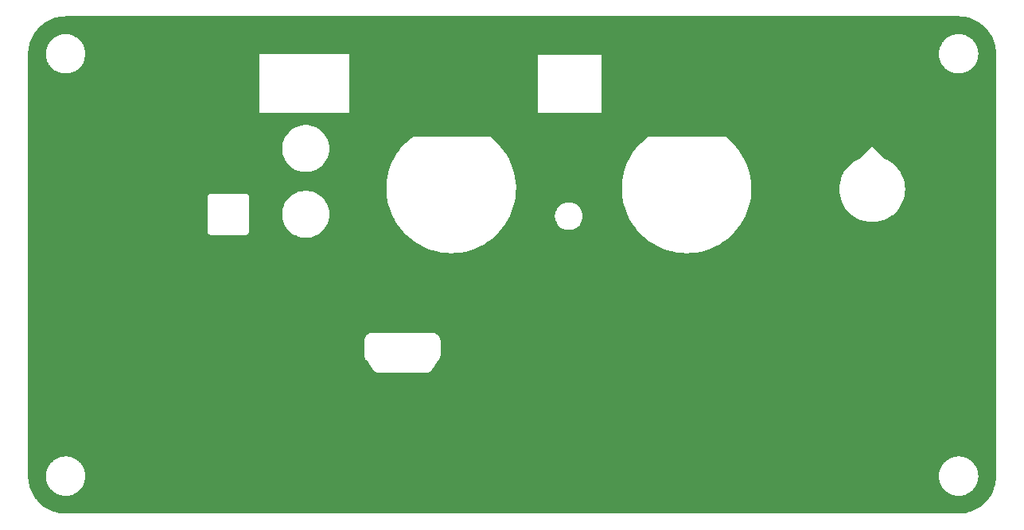
<source format=gbr>
%TF.GenerationSoftware,KiCad,Pcbnew,7.0.2*%
%TF.CreationDate,2023-10-12T23:05:12+02:00*%
%TF.ProjectId,pulse_generator_endplate_v2,70756c73-655f-4676-956e-657261746f72,rev?*%
%TF.SameCoordinates,Original*%
%TF.FileFunction,Copper,L1,Top*%
%TF.FilePolarity,Positive*%
%FSLAX46Y46*%
G04 Gerber Fmt 4.6, Leading zero omitted, Abs format (unit mm)*
G04 Created by KiCad (PCBNEW 7.0.2) date 2023-10-12 23:05:12*
%MOMM*%
%LPD*%
G01*
G04 APERTURE LIST*
%TA.AperFunction,ViaPad*%
%ADD10C,0.800000*%
%TD*%
G04 APERTURE END LIST*
D10*
%TO.N,GNDREF*%
X178000000Y-77400000D03*
%TD*%
%TA.AperFunction,Conductor*%
%TO.N,GNDREF*%
G36*
X190202855Y-64100632D02*
G01*
X190372951Y-64108495D01*
X190569795Y-64118166D01*
X190580787Y-64119201D01*
X190763357Y-64144668D01*
X190947242Y-64171946D01*
X190957422Y-64173894D01*
X191139341Y-64216681D01*
X191317878Y-64261402D01*
X191327095Y-64264097D01*
X191504478Y-64323550D01*
X191506618Y-64324292D01*
X191678220Y-64385692D01*
X191686519Y-64389004D01*
X191857980Y-64464712D01*
X191860909Y-64466051D01*
X191947263Y-64506892D01*
X192025119Y-64543715D01*
X192032411Y-64547465D01*
X192129135Y-64601341D01*
X192196435Y-64638827D01*
X192199810Y-64640777D01*
X192355371Y-64734017D01*
X192361670Y-64738058D01*
X192516699Y-64844256D01*
X192520459Y-64846935D01*
X192666009Y-64954882D01*
X192671305Y-64959040D01*
X192816009Y-65079200D01*
X192819947Y-65082617D01*
X192954206Y-65204303D01*
X192958590Y-65208478D01*
X193091520Y-65341408D01*
X193095698Y-65345795D01*
X193217375Y-65480045D01*
X193220805Y-65483998D01*
X193340951Y-65628684D01*
X193345124Y-65634000D01*
X193453041Y-65779509D01*
X193455742Y-65783299D01*
X193561940Y-65938328D01*
X193565992Y-65944645D01*
X193618788Y-66032729D01*
X193659200Y-66100153D01*
X193661171Y-66103563D01*
X193752525Y-66267573D01*
X193756291Y-66274896D01*
X193833947Y-66439089D01*
X193835286Y-66442018D01*
X193910994Y-66613479D01*
X193914311Y-66621791D01*
X193975666Y-66793265D01*
X193976487Y-66795634D01*
X194035894Y-66972881D01*
X194038606Y-66982157D01*
X194083317Y-67160653D01*
X194126102Y-67342567D01*
X194128052Y-67352753D01*
X194155337Y-67536689D01*
X194180794Y-67719186D01*
X194181834Y-67730230D01*
X194191512Y-67927238D01*
X194199368Y-68097144D01*
X194199500Y-68102871D01*
X194199500Y-113097127D01*
X194199368Y-113102854D01*
X194191512Y-113272761D01*
X194181834Y-113469767D01*
X194180794Y-113480813D01*
X194155337Y-113663309D01*
X194128052Y-113847242D01*
X194126101Y-113857433D01*
X194083317Y-114039344D01*
X194038605Y-114217845D01*
X194035895Y-114227113D01*
X193976487Y-114404364D01*
X193975666Y-114406733D01*
X193914311Y-114578207D01*
X193910994Y-114586519D01*
X193835286Y-114757980D01*
X193833947Y-114760909D01*
X193756291Y-114925102D01*
X193752525Y-114932425D01*
X193661171Y-115096435D01*
X193659200Y-115099845D01*
X193565999Y-115255342D01*
X193561940Y-115261670D01*
X193455742Y-115416699D01*
X193453041Y-115420489D01*
X193345135Y-115565984D01*
X193340935Y-115571334D01*
X193220851Y-115715947D01*
X193217331Y-115720004D01*
X193095717Y-115854183D01*
X193091520Y-115858590D01*
X192958590Y-115991520D01*
X192954183Y-115995717D01*
X192820004Y-116117331D01*
X192815947Y-116120851D01*
X192671334Y-116240935D01*
X192665984Y-116245135D01*
X192520489Y-116353041D01*
X192516699Y-116355742D01*
X192361670Y-116461940D01*
X192355342Y-116465999D01*
X192199845Y-116559200D01*
X192196435Y-116561171D01*
X192032425Y-116652525D01*
X192025102Y-116656291D01*
X191860909Y-116733947D01*
X191857980Y-116735286D01*
X191686519Y-116810994D01*
X191678207Y-116814311D01*
X191506733Y-116875666D01*
X191504364Y-116876487D01*
X191327117Y-116935894D01*
X191317841Y-116938606D01*
X191139346Y-116983317D01*
X190957431Y-117026102D01*
X190947245Y-117028052D01*
X190763310Y-117055337D01*
X190580812Y-117080794D01*
X190569768Y-117081834D01*
X190372761Y-117091512D01*
X190202855Y-117099368D01*
X190197128Y-117099500D01*
X95202872Y-117099500D01*
X95197145Y-117099368D01*
X95027238Y-117091512D01*
X94830231Y-117081834D01*
X94819185Y-117080794D01*
X94636690Y-117055337D01*
X94452756Y-117028052D01*
X94442565Y-117026101D01*
X94260655Y-116983317D01*
X94082153Y-116938605D01*
X94072885Y-116935895D01*
X93895634Y-116876487D01*
X93893265Y-116875666D01*
X93721791Y-116814311D01*
X93713479Y-116810994D01*
X93542018Y-116735286D01*
X93539089Y-116733947D01*
X93374896Y-116656291D01*
X93367573Y-116652525D01*
X93203563Y-116561171D01*
X93200153Y-116559200D01*
X93180648Y-116547509D01*
X93044645Y-116465992D01*
X93038328Y-116461940D01*
X92883299Y-116355742D01*
X92879509Y-116353041D01*
X92734000Y-116245124D01*
X92728684Y-116240951D01*
X92583998Y-116120805D01*
X92580045Y-116117375D01*
X92445795Y-115995698D01*
X92441408Y-115991520D01*
X92308478Y-115858590D01*
X92304303Y-115854206D01*
X92182617Y-115719947D01*
X92179200Y-115716009D01*
X92059040Y-115571305D01*
X92054882Y-115566009D01*
X91946935Y-115420459D01*
X91944256Y-115416699D01*
X91838058Y-115261670D01*
X91834017Y-115255371D01*
X91740777Y-115099810D01*
X91738827Y-115096435D01*
X91729447Y-115079594D01*
X91647465Y-114932411D01*
X91643715Y-114925119D01*
X91593324Y-114818575D01*
X91566051Y-114760909D01*
X91564712Y-114757980D01*
X91489004Y-114586519D01*
X91485692Y-114578220D01*
X91424292Y-114406618D01*
X91423550Y-114404478D01*
X91364096Y-114227091D01*
X91361400Y-114217867D01*
X91316675Y-114039315D01*
X91273891Y-113857408D01*
X91271948Y-113847256D01*
X91244674Y-113663399D01*
X91219201Y-113480789D01*
X91218166Y-113469799D01*
X91208487Y-113272761D01*
X91200632Y-113102854D01*
X91200566Y-113100000D01*
X93089102Y-113100000D01*
X93089391Y-113104225D01*
X93096091Y-113202178D01*
X93094460Y-113209564D01*
X93098006Y-113234795D01*
X93098924Y-113243591D01*
X93099316Y-113249322D01*
X93099605Y-113257784D01*
X93099604Y-113278647D01*
X93101898Y-113287078D01*
X93108380Y-113381840D01*
X93108381Y-113381847D01*
X93108670Y-113386072D01*
X93109534Y-113390228D01*
X93130160Y-113489488D01*
X93129474Y-113497959D01*
X93137087Y-113524507D01*
X93139299Y-113533467D01*
X93140584Y-113539653D01*
X93141969Y-113547613D01*
X93144540Y-113565907D01*
X93147467Y-113572774D01*
X93167009Y-113666815D01*
X93168427Y-113670804D01*
X93168430Y-113670815D01*
X93203460Y-113769378D01*
X93203985Y-113778771D01*
X93215975Y-113805701D01*
X93219535Y-113814610D01*
X93222069Y-113821740D01*
X93224425Y-113829083D01*
X93228757Y-113844191D01*
X93231925Y-113849471D01*
X93263033Y-113937000D01*
X93264980Y-113940758D01*
X93264982Y-113940762D01*
X93314597Y-114036515D01*
X93316566Y-114046622D01*
X93333057Y-114073012D01*
X93338003Y-114081686D01*
X93342344Y-114090066D01*
X93345518Y-114096663D01*
X93350622Y-114108127D01*
X93353655Y-114111894D01*
X93394952Y-114191593D01*
X93397391Y-114195048D01*
X93397400Y-114195063D01*
X93461456Y-114285809D01*
X93465066Y-114296382D01*
X93486013Y-114321346D01*
X93492323Y-114329538D01*
X93499256Y-114339359D01*
X93503113Y-114345160D01*
X93507810Y-114352677D01*
X93510340Y-114355060D01*
X93560310Y-114425851D01*
X93563203Y-114428949D01*
X93563205Y-114428951D01*
X93641246Y-114512513D01*
X93646648Y-114523264D01*
X93671819Y-114545928D01*
X93679473Y-114553444D01*
X93689953Y-114564666D01*
X93694315Y-114569592D01*
X93697274Y-114573119D01*
X93698978Y-114574330D01*
X93710362Y-114586519D01*
X93756025Y-114635412D01*
X93850534Y-114712300D01*
X93857829Y-114722912D01*
X93886860Y-114742494D01*
X93895772Y-114749105D01*
X93910937Y-114761442D01*
X93915346Y-114765216D01*
X93915982Y-114765546D01*
X93978453Y-114816370D01*
X93982079Y-114818575D01*
X94085331Y-114881364D01*
X94094559Y-114891494D01*
X94126936Y-114907286D01*
X94137005Y-114912788D01*
X94157255Y-114925102D01*
X94223450Y-114965356D01*
X94341186Y-115016496D01*
X94352334Y-115025798D01*
X94387439Y-115037204D01*
X94398516Y-115041397D01*
X94457142Y-115066863D01*
X94473658Y-115074037D01*
X94486452Y-115079594D01*
X94490523Y-115080734D01*
X94490527Y-115080736D01*
X94490531Y-115080737D01*
X94613218Y-115115112D01*
X94626201Y-115123229D01*
X94663303Y-115129772D01*
X94675225Y-115132486D01*
X94710325Y-115142320D01*
X94762560Y-115156956D01*
X94896236Y-115175329D01*
X94910919Y-115181924D01*
X94949254Y-115183263D01*
X94961808Y-115184341D01*
X95046630Y-115196000D01*
X95050868Y-115196000D01*
X95184846Y-115196000D01*
X95201025Y-115200750D01*
X95239766Y-115196679D01*
X95252728Y-115196000D01*
X95329132Y-115196000D01*
X95333370Y-115196000D01*
X95473569Y-115176730D01*
X95490988Y-115179345D01*
X95529271Y-115169800D01*
X95542378Y-115167272D01*
X95617440Y-115156956D01*
X95756878Y-115117887D01*
X95775230Y-115118115D01*
X95812214Y-115103172D01*
X95825208Y-115098741D01*
X95893548Y-115079594D01*
X96029398Y-115020585D01*
X96048333Y-115018222D01*
X96083208Y-114998087D01*
X96095808Y-114991740D01*
X96095967Y-114991670D01*
X96156550Y-114965356D01*
X96285926Y-114886680D01*
X96305047Y-114881578D01*
X96337016Y-114856601D01*
X96348924Y-114848370D01*
X96401547Y-114816370D01*
X96521570Y-114718723D01*
X96540460Y-114710796D01*
X96568813Y-114681436D01*
X96579747Y-114671393D01*
X96623975Y-114635412D01*
X96731843Y-114519911D01*
X96750074Y-114509133D01*
X96774191Y-114475939D01*
X96783880Y-114464193D01*
X96819690Y-114425851D01*
X96912741Y-114294027D01*
X96929865Y-114280445D01*
X96949200Y-114244081D01*
X96957372Y-114230800D01*
X96985048Y-114191593D01*
X97060806Y-114045385D01*
X97076378Y-114029121D01*
X97090506Y-113990306D01*
X97096931Y-113975668D01*
X97115015Y-113940767D01*
X97116967Y-113937000D01*
X97173218Y-113778722D01*
X97186815Y-113759959D01*
X97195422Y-113719470D01*
X97199866Y-113703744D01*
X97212991Y-113666815D01*
X97271330Y-113386072D01*
X97290898Y-113100000D01*
X188109102Y-113100000D01*
X188109391Y-113104225D01*
X188116091Y-113202178D01*
X188114460Y-113209564D01*
X188118006Y-113234795D01*
X188118924Y-113243591D01*
X188119316Y-113249322D01*
X188119605Y-113257784D01*
X188119605Y-113278647D01*
X188121898Y-113287078D01*
X188128380Y-113381840D01*
X188128381Y-113381847D01*
X188128670Y-113386072D01*
X188129534Y-113390228D01*
X188150160Y-113489488D01*
X188149474Y-113497959D01*
X188157087Y-113524507D01*
X188159299Y-113533467D01*
X188160584Y-113539653D01*
X188161969Y-113547613D01*
X188164540Y-113565907D01*
X188167467Y-113572774D01*
X188187009Y-113666815D01*
X188188427Y-113670804D01*
X188188430Y-113670815D01*
X188223460Y-113769378D01*
X188223985Y-113778771D01*
X188235975Y-113805701D01*
X188239535Y-113814610D01*
X188242069Y-113821740D01*
X188244425Y-113829083D01*
X188248757Y-113844191D01*
X188251925Y-113849471D01*
X188283033Y-113937000D01*
X188284980Y-113940758D01*
X188284982Y-113940762D01*
X188334597Y-114036515D01*
X188336566Y-114046622D01*
X188353057Y-114073012D01*
X188358003Y-114081686D01*
X188362344Y-114090066D01*
X188365518Y-114096663D01*
X188370622Y-114108127D01*
X188373655Y-114111894D01*
X188414952Y-114191593D01*
X188417391Y-114195048D01*
X188417400Y-114195063D01*
X188481456Y-114285809D01*
X188485066Y-114296382D01*
X188506013Y-114321346D01*
X188512323Y-114329538D01*
X188519256Y-114339359D01*
X188523113Y-114345160D01*
X188527810Y-114352677D01*
X188530340Y-114355060D01*
X188580310Y-114425851D01*
X188583203Y-114428949D01*
X188583205Y-114428951D01*
X188661246Y-114512513D01*
X188666648Y-114523264D01*
X188691819Y-114545928D01*
X188699473Y-114553444D01*
X188709953Y-114564666D01*
X188714315Y-114569592D01*
X188717274Y-114573119D01*
X188718978Y-114574330D01*
X188730362Y-114586519D01*
X188776025Y-114635412D01*
X188870534Y-114712300D01*
X188877829Y-114722912D01*
X188906860Y-114742494D01*
X188915772Y-114749105D01*
X188930937Y-114761442D01*
X188935346Y-114765216D01*
X188935982Y-114765546D01*
X188998453Y-114816370D01*
X189002079Y-114818575D01*
X189105331Y-114881364D01*
X189114559Y-114891494D01*
X189146936Y-114907286D01*
X189157005Y-114912788D01*
X189177255Y-114925102D01*
X189243450Y-114965356D01*
X189361186Y-115016496D01*
X189372334Y-115025798D01*
X189407439Y-115037204D01*
X189418516Y-115041397D01*
X189477142Y-115066863D01*
X189493658Y-115074037D01*
X189506452Y-115079594D01*
X189510523Y-115080734D01*
X189510527Y-115080736D01*
X189510531Y-115080737D01*
X189633218Y-115115112D01*
X189646201Y-115123229D01*
X189683303Y-115129772D01*
X189695225Y-115132486D01*
X189730325Y-115142320D01*
X189782560Y-115156956D01*
X189916236Y-115175329D01*
X189930919Y-115181924D01*
X189969254Y-115183263D01*
X189981808Y-115184341D01*
X190066630Y-115196000D01*
X190070868Y-115196000D01*
X190204846Y-115196000D01*
X190221025Y-115200750D01*
X190259766Y-115196679D01*
X190272728Y-115196000D01*
X190349132Y-115196000D01*
X190353370Y-115196000D01*
X190493569Y-115176730D01*
X190510988Y-115179345D01*
X190549271Y-115169800D01*
X190562378Y-115167272D01*
X190637440Y-115156956D01*
X190776878Y-115117887D01*
X190795230Y-115118115D01*
X190832214Y-115103172D01*
X190845208Y-115098741D01*
X190913548Y-115079594D01*
X191049398Y-115020585D01*
X191068333Y-115018222D01*
X191103208Y-114998087D01*
X191115808Y-114991740D01*
X191115967Y-114991670D01*
X191176550Y-114965356D01*
X191305926Y-114886680D01*
X191325047Y-114881578D01*
X191357016Y-114856601D01*
X191368924Y-114848370D01*
X191421547Y-114816370D01*
X191541570Y-114718723D01*
X191560460Y-114710796D01*
X191588813Y-114681436D01*
X191599747Y-114671393D01*
X191643975Y-114635412D01*
X191751843Y-114519911D01*
X191770074Y-114509133D01*
X191794191Y-114475939D01*
X191803880Y-114464193D01*
X191839690Y-114425851D01*
X191932741Y-114294027D01*
X191949865Y-114280445D01*
X191969200Y-114244081D01*
X191977372Y-114230800D01*
X192005048Y-114191593D01*
X192080806Y-114045385D01*
X192096378Y-114029121D01*
X192110506Y-113990306D01*
X192116931Y-113975668D01*
X192135015Y-113940767D01*
X192136967Y-113937000D01*
X192193218Y-113778722D01*
X192206815Y-113759959D01*
X192215422Y-113719470D01*
X192219866Y-113703744D01*
X192232991Y-113666815D01*
X192291330Y-113386072D01*
X192310898Y-113100000D01*
X192291330Y-112813928D01*
X192232991Y-112533185D01*
X192219868Y-112496261D01*
X192215423Y-112480532D01*
X192208446Y-112447708D01*
X192193220Y-112421281D01*
X192183628Y-112394293D01*
X192136967Y-112263000D01*
X192116933Y-112224336D01*
X192110508Y-112209697D01*
X192098984Y-112178036D01*
X192080807Y-112154616D01*
X192066487Y-112126980D01*
X192005048Y-112008407D01*
X192002605Y-112004946D01*
X192002599Y-112004936D01*
X191977384Y-111969215D01*
X191969202Y-111955921D01*
X191953336Y-111926081D01*
X191932743Y-111905974D01*
X191842140Y-111777619D01*
X191842135Y-111777613D01*
X191839690Y-111774149D01*
X191803889Y-111735815D01*
X191794195Y-111724064D01*
X191774285Y-111696661D01*
X191751844Y-111680088D01*
X191710058Y-111635346D01*
X191643975Y-111564588D01*
X191640693Y-111561918D01*
X191640690Y-111561915D01*
X191599767Y-111528622D01*
X191588824Y-111518572D01*
X191565277Y-111494189D01*
X191541571Y-111481276D01*
X191424837Y-111386307D01*
X191421547Y-111383630D01*
X191417923Y-111381426D01*
X191417920Y-111381424D01*
X191368940Y-111351639D01*
X191357026Y-111343404D01*
X191330322Y-111322541D01*
X191305925Y-111313318D01*
X191180168Y-111236844D01*
X191180166Y-111236843D01*
X191176550Y-111234644D01*
X191115808Y-111208260D01*
X191103209Y-111201913D01*
X191073921Y-111185003D01*
X191049398Y-111179414D01*
X190917429Y-111122091D01*
X190917419Y-111122087D01*
X190913548Y-111120406D01*
X190909461Y-111119261D01*
X190845219Y-111101261D01*
X190832223Y-111096830D01*
X190800982Y-111084207D01*
X190776878Y-111082112D01*
X190641518Y-111044186D01*
X190641509Y-111044184D01*
X190637440Y-111043044D01*
X190633253Y-111042468D01*
X190633246Y-111042467D01*
X190562393Y-111032729D01*
X190549280Y-111030201D01*
X190516763Y-111022093D01*
X190493571Y-111023269D01*
X190357570Y-111004577D01*
X190357566Y-111004576D01*
X190353370Y-111004000D01*
X190272725Y-111004000D01*
X190259764Y-111003321D01*
X190226686Y-110999844D01*
X190204845Y-111004000D01*
X190066630Y-111004000D01*
X190062433Y-111004576D01*
X190062430Y-111004577D01*
X189981824Y-111015656D01*
X189969267Y-111016735D01*
X189936353Y-111017884D01*
X189916237Y-111024670D01*
X189786753Y-111042467D01*
X189786743Y-111042469D01*
X189782560Y-111043044D01*
X189778493Y-111044183D01*
X189778481Y-111044186D01*
X189695241Y-111067509D01*
X189683320Y-111070223D01*
X189651296Y-111075869D01*
X189633221Y-111084885D01*
X189510533Y-111119261D01*
X189510512Y-111119268D01*
X189506452Y-111120406D01*
X189502582Y-111122086D01*
X189502565Y-111122093D01*
X189418526Y-111158597D01*
X189407444Y-111162794D01*
X189376995Y-111172687D01*
X189361189Y-111183502D01*
X189247328Y-111232959D01*
X189247321Y-111232962D01*
X189243450Y-111234644D01*
X189239839Y-111236839D01*
X189239831Y-111236844D01*
X189157015Y-111287206D01*
X189146946Y-111292708D01*
X189118721Y-111306474D01*
X189105336Y-111318632D01*
X189098910Y-111322541D01*
X189002073Y-111381428D01*
X189002066Y-111381432D01*
X188998453Y-111383630D01*
X188995165Y-111386304D01*
X188995162Y-111386307D01*
X188935983Y-111434452D01*
X188935491Y-111434658D01*
X188930927Y-111438566D01*
X188915783Y-111450886D01*
X188906871Y-111457496D01*
X188881435Y-111474652D01*
X188870535Y-111487698D01*
X188779309Y-111561915D01*
X188779298Y-111561924D01*
X188776025Y-111564588D01*
X188773137Y-111567679D01*
X188773133Y-111567684D01*
X188718979Y-111625669D01*
X188717612Y-111626477D01*
X188714305Y-111630418D01*
X188709941Y-111635346D01*
X188699475Y-111646552D01*
X188691827Y-111654062D01*
X188669668Y-111674014D01*
X188661247Y-111687485D01*
X188583205Y-111771048D01*
X188583197Y-111771057D01*
X188580310Y-111774149D01*
X188577870Y-111777605D01*
X188577864Y-111777613D01*
X188530340Y-111844939D01*
X188528275Y-111846576D01*
X188523111Y-111854841D01*
X188519259Y-111860637D01*
X188512330Y-111870453D01*
X188506017Y-111878648D01*
X188487492Y-111900726D01*
X188481458Y-111914189D01*
X188417394Y-112004946D01*
X188417387Y-112004956D01*
X188414952Y-112008407D01*
X188413003Y-112012168D01*
X188413002Y-112012170D01*
X188373656Y-112088104D01*
X188371120Y-112090752D01*
X188365514Y-112103343D01*
X188362337Y-112109946D01*
X188358001Y-112118315D01*
X188353060Y-112126980D01*
X188338407Y-112150430D01*
X188334598Y-112163483D01*
X188284982Y-112259237D01*
X188284977Y-112259246D01*
X188283033Y-112263000D01*
X188281615Y-112266988D01*
X188281614Y-112266992D01*
X188251925Y-112350528D01*
X188249188Y-112354304D01*
X188244424Y-112370919D01*
X188242065Y-112378272D01*
X188239534Y-112385392D01*
X188235977Y-112394293D01*
X188225275Y-112418330D01*
X188223460Y-112430619D01*
X188187009Y-112533185D01*
X188186146Y-112537335D01*
X188186145Y-112537341D01*
X188167467Y-112627224D01*
X188164803Y-112632211D01*
X188161966Y-112652400D01*
X188160578Y-112660379D01*
X188159296Y-112666546D01*
X188157088Y-112675485D01*
X188150263Y-112699287D01*
X188150160Y-112710510D01*
X188128670Y-112813928D01*
X188128381Y-112818152D01*
X188128380Y-112818160D01*
X188121898Y-112912920D01*
X188119605Y-112919126D01*
X188119605Y-112942215D01*
X188119316Y-112950683D01*
X188118924Y-112956410D01*
X188118006Y-112965198D01*
X188114814Y-112987908D01*
X188116091Y-112997820D01*
X188109102Y-113100000D01*
X97290898Y-113100000D01*
X97271330Y-112813928D01*
X97212991Y-112533185D01*
X97199868Y-112496261D01*
X97195423Y-112480532D01*
X97188446Y-112447708D01*
X97173220Y-112421281D01*
X97163628Y-112394293D01*
X97116967Y-112263000D01*
X97096933Y-112224336D01*
X97090508Y-112209697D01*
X97078984Y-112178036D01*
X97060807Y-112154616D01*
X97046487Y-112126980D01*
X96985048Y-112008407D01*
X96982605Y-112004946D01*
X96982599Y-112004936D01*
X96957384Y-111969215D01*
X96949202Y-111955921D01*
X96933336Y-111926081D01*
X96912743Y-111905974D01*
X96822140Y-111777619D01*
X96822135Y-111777613D01*
X96819690Y-111774149D01*
X96783889Y-111735815D01*
X96774195Y-111724064D01*
X96754285Y-111696661D01*
X96731844Y-111680088D01*
X96690058Y-111635346D01*
X96623975Y-111564588D01*
X96620693Y-111561918D01*
X96620690Y-111561915D01*
X96579767Y-111528622D01*
X96568824Y-111518572D01*
X96545277Y-111494189D01*
X96521571Y-111481276D01*
X96404837Y-111386307D01*
X96401547Y-111383630D01*
X96397923Y-111381426D01*
X96397920Y-111381424D01*
X96348940Y-111351639D01*
X96337026Y-111343404D01*
X96310322Y-111322541D01*
X96285925Y-111313318D01*
X96160168Y-111236844D01*
X96160166Y-111236843D01*
X96156550Y-111234644D01*
X96095808Y-111208260D01*
X96083209Y-111201913D01*
X96053921Y-111185003D01*
X96029398Y-111179414D01*
X95897429Y-111122091D01*
X95897419Y-111122087D01*
X95893548Y-111120406D01*
X95889461Y-111119261D01*
X95825219Y-111101261D01*
X95812223Y-111096830D01*
X95780982Y-111084207D01*
X95756878Y-111082112D01*
X95621518Y-111044186D01*
X95621509Y-111044184D01*
X95617440Y-111043044D01*
X95613253Y-111042468D01*
X95613246Y-111042467D01*
X95542393Y-111032729D01*
X95529280Y-111030201D01*
X95496763Y-111022093D01*
X95473571Y-111023269D01*
X95337570Y-111004577D01*
X95337566Y-111004576D01*
X95333370Y-111004000D01*
X95252725Y-111004000D01*
X95239764Y-111003321D01*
X95206686Y-110999844D01*
X95184845Y-111004000D01*
X95046630Y-111004000D01*
X95042433Y-111004576D01*
X95042430Y-111004577D01*
X94961824Y-111015656D01*
X94949267Y-111016735D01*
X94916353Y-111017884D01*
X94896237Y-111024670D01*
X94766753Y-111042467D01*
X94766743Y-111042469D01*
X94762560Y-111043044D01*
X94758493Y-111044183D01*
X94758481Y-111044186D01*
X94675241Y-111067509D01*
X94663320Y-111070223D01*
X94631296Y-111075869D01*
X94613221Y-111084885D01*
X94490533Y-111119261D01*
X94490512Y-111119268D01*
X94486452Y-111120406D01*
X94482582Y-111122086D01*
X94482565Y-111122093D01*
X94398526Y-111158597D01*
X94387444Y-111162794D01*
X94356995Y-111172687D01*
X94341189Y-111183502D01*
X94227328Y-111232959D01*
X94227321Y-111232962D01*
X94223450Y-111234644D01*
X94219839Y-111236839D01*
X94219831Y-111236844D01*
X94137015Y-111287206D01*
X94126946Y-111292708D01*
X94098721Y-111306474D01*
X94085336Y-111318632D01*
X94078910Y-111322541D01*
X93982073Y-111381428D01*
X93982066Y-111381432D01*
X93978453Y-111383630D01*
X93975165Y-111386304D01*
X93975162Y-111386307D01*
X93915983Y-111434452D01*
X93915491Y-111434658D01*
X93910927Y-111438566D01*
X93895783Y-111450886D01*
X93886871Y-111457496D01*
X93861435Y-111474652D01*
X93850535Y-111487698D01*
X93759309Y-111561915D01*
X93759298Y-111561924D01*
X93756025Y-111564588D01*
X93753137Y-111567679D01*
X93753133Y-111567684D01*
X93698979Y-111625669D01*
X93697612Y-111626477D01*
X93694305Y-111630418D01*
X93689941Y-111635346D01*
X93679475Y-111646552D01*
X93671827Y-111654062D01*
X93649668Y-111674014D01*
X93641247Y-111687485D01*
X93563205Y-111771048D01*
X93563197Y-111771057D01*
X93560310Y-111774149D01*
X93557870Y-111777605D01*
X93557864Y-111777613D01*
X93510340Y-111844939D01*
X93508275Y-111846576D01*
X93503111Y-111854841D01*
X93499259Y-111860637D01*
X93492330Y-111870453D01*
X93486017Y-111878648D01*
X93467492Y-111900726D01*
X93461458Y-111914189D01*
X93397394Y-112004946D01*
X93397387Y-112004956D01*
X93394952Y-112008407D01*
X93393003Y-112012168D01*
X93393002Y-112012170D01*
X93353656Y-112088104D01*
X93351120Y-112090752D01*
X93345514Y-112103343D01*
X93342337Y-112109946D01*
X93338001Y-112118315D01*
X93333060Y-112126980D01*
X93318407Y-112150430D01*
X93314598Y-112163483D01*
X93264982Y-112259237D01*
X93264977Y-112259246D01*
X93263033Y-112263000D01*
X93261615Y-112266988D01*
X93261614Y-112266992D01*
X93231925Y-112350528D01*
X93229188Y-112354304D01*
X93224424Y-112370919D01*
X93222065Y-112378272D01*
X93219534Y-112385392D01*
X93215977Y-112394293D01*
X93205275Y-112418330D01*
X93203460Y-112430619D01*
X93167009Y-112533185D01*
X93166146Y-112537335D01*
X93166145Y-112537341D01*
X93147467Y-112627224D01*
X93144803Y-112632211D01*
X93141966Y-112652400D01*
X93140578Y-112660379D01*
X93139296Y-112666546D01*
X93137088Y-112675485D01*
X93130263Y-112699287D01*
X93130160Y-112710510D01*
X93108670Y-112813928D01*
X93108381Y-112818152D01*
X93108380Y-112818160D01*
X93101898Y-112912920D01*
X93099605Y-112919126D01*
X93099605Y-112942215D01*
X93099316Y-112950683D01*
X93098924Y-112956410D01*
X93098006Y-112965198D01*
X93094814Y-112987908D01*
X93096091Y-112997820D01*
X93089102Y-113100000D01*
X91200566Y-113100000D01*
X91200500Y-113097128D01*
X91200500Y-100100698D01*
X126970560Y-100100698D01*
X126976727Y-100160716D01*
X126977376Y-100173366D01*
X126977389Y-100241400D01*
X126983830Y-100283017D01*
X126980882Y-100305205D01*
X126990467Y-100335430D01*
X126994808Y-100353945D01*
X126999594Y-100384868D01*
X127000403Y-100391159D01*
X127001871Y-100405449D01*
X127017282Y-100437275D01*
X127021740Y-100451333D01*
X127022290Y-100476951D01*
X127034484Y-100498668D01*
X127037441Y-100504264D01*
X127051391Y-100532380D01*
X127058511Y-100550010D01*
X127065245Y-100571247D01*
X127083291Y-100596671D01*
X127102011Y-100634399D01*
X127141051Y-100689788D01*
X127147819Y-100700515D01*
X127172071Y-100743707D01*
X127195987Y-100767713D01*
X127829895Y-101666897D01*
X127836248Y-101685539D01*
X127870234Y-101725101D01*
X127877517Y-101734449D01*
X127879114Y-101736714D01*
X127918514Y-101792699D01*
X127945046Y-101819869D01*
X127953182Y-101835199D01*
X127977101Y-101854138D01*
X127988842Y-101864719D01*
X128019054Y-101895658D01*
X128067770Y-101931765D01*
X128079746Y-101947604D01*
X128102230Y-101959263D01*
X128118978Y-101969719D01*
X128134666Y-101981346D01*
X128136840Y-101982957D01*
X128152961Y-101993382D01*
X128162309Y-102000784D01*
X128191668Y-102010904D01*
X128205425Y-102018038D01*
X128221608Y-102033543D01*
X128242041Y-102039574D01*
X128259837Y-102046738D01*
X128262413Y-102047588D01*
X128262416Y-102047590D01*
X128280956Y-102053711D01*
X128299157Y-102061378D01*
X128314169Y-102069162D01*
X128341477Y-102073695D01*
X128399064Y-102092710D01*
X128441768Y-102099577D01*
X128457180Y-102103077D01*
X128479269Y-102109597D01*
X128503618Y-102109525D01*
X128541143Y-102115560D01*
X128612290Y-102115500D01*
X128624224Y-102116067D01*
X128667671Y-102120236D01*
X128695204Y-102115500D01*
X131022802Y-102115500D01*
X131032802Y-102115500D01*
X133360234Y-102115500D01*
X133379260Y-102121086D01*
X133431515Y-102116072D01*
X133443451Y-102115505D01*
X133514659Y-102115565D01*
X133551986Y-102109561D01*
X133569233Y-102111748D01*
X133598561Y-102103091D01*
X133613974Y-102099591D01*
X133656738Y-102092714D01*
X133694010Y-102080407D01*
X133714216Y-102073736D01*
X133734082Y-102073073D01*
X133756594Y-102061400D01*
X133774797Y-102053732D01*
X133793387Y-102047595D01*
X133793391Y-102047592D01*
X133795877Y-102046772D01*
X133813809Y-102039554D01*
X133825257Y-102036174D01*
X133850457Y-102018001D01*
X133864072Y-102010941D01*
X133886082Y-102006645D01*
X133902799Y-101993409D01*
X133919025Y-101982916D01*
X133936872Y-101969688D01*
X133953628Y-101959227D01*
X133968663Y-101951430D01*
X133988122Y-101931702D01*
X134036750Y-101895661D01*
X134067024Y-101864658D01*
X134078762Y-101854079D01*
X134096871Y-101839740D01*
X134110875Y-101819752D01*
X134137289Y-101792703D01*
X134178294Y-101734434D01*
X134185583Y-101725080D01*
X134214052Y-101691942D01*
X134226060Y-101666678D01*
X134860408Y-100766869D01*
X134879002Y-100752104D01*
X134907846Y-100700750D01*
X134915570Y-100688687D01*
X134927570Y-100672135D01*
X134928230Y-100670642D01*
X134939931Y-100654025D01*
X134939933Y-100654026D01*
X134939964Y-100653971D01*
X134953771Y-100634383D01*
X134972771Y-100596089D01*
X134987885Y-100579740D01*
X134997403Y-100549726D01*
X135004519Y-100532104D01*
X135015335Y-100510307D01*
X135015336Y-100510301D01*
X135017890Y-100505156D01*
X135020854Y-100499548D01*
X135028194Y-100486479D01*
X135033925Y-100451679D01*
X135038607Y-100436916D01*
X135052909Y-100415678D01*
X135055528Y-100390155D01*
X135056340Y-100383842D01*
X135057201Y-100378280D01*
X135057202Y-100378277D01*
X135060921Y-100354249D01*
X135065262Y-100335737D01*
X135071943Y-100314666D01*
X135071849Y-100283649D01*
X135078389Y-100241398D01*
X135078400Y-100173582D01*
X135079048Y-100160959D01*
X135084095Y-100111778D01*
X135078401Y-100078487D01*
X135078401Y-98790792D01*
X135084211Y-98771003D01*
X135079181Y-98726356D01*
X135078401Y-98712472D01*
X135078401Y-98694783D01*
X135078400Y-98694775D01*
X135078400Y-98626308D01*
X135065382Y-98560863D01*
X135066623Y-98546988D01*
X135060228Y-98528711D01*
X135055652Y-98511947D01*
X135043795Y-98452338D01*
X135043794Y-98452335D01*
X135043794Y-98452334D01*
X135009733Y-98370104D01*
X135008145Y-98355336D01*
X135000418Y-98343038D01*
X134990855Y-98324528D01*
X134975913Y-98288454D01*
X134916583Y-98199660D01*
X134911674Y-98183984D01*
X134903537Y-98175847D01*
X134888116Y-98157057D01*
X134877364Y-98140965D01*
X134876704Y-98140305D01*
X134859392Y-98118597D01*
X134858863Y-98117755D01*
X134838984Y-98102584D01*
X134790313Y-98053913D01*
X134781712Y-98038161D01*
X134774301Y-98033505D01*
X134752593Y-98016193D01*
X134751936Y-98015536D01*
X134751932Y-98015533D01*
X134735839Y-98004780D01*
X134717051Y-97989361D01*
X134713994Y-97986304D01*
X134693239Y-97976316D01*
X134604447Y-97916988D01*
X134568379Y-97902048D01*
X134549865Y-97892483D01*
X134543137Y-97888255D01*
X134522793Y-97883165D01*
X134440565Y-97849105D01*
X134380954Y-97837247D01*
X134364192Y-97832672D01*
X134351830Y-97828346D01*
X134332051Y-97827520D01*
X134271619Y-97815500D01*
X134266592Y-97814500D01*
X134180421Y-97814500D01*
X134166539Y-97813720D01*
X134131230Y-97809741D01*
X134102048Y-97814500D01*
X127953709Y-97814500D01*
X127933915Y-97808687D01*
X127889255Y-97813720D01*
X127875371Y-97814500D01*
X127863368Y-97814500D01*
X127863360Y-97814501D01*
X127789210Y-97814501D01*
X127784188Y-97815500D01*
X127723772Y-97827517D01*
X127709894Y-97826274D01*
X127691606Y-97832674D01*
X127674845Y-97837249D01*
X127615236Y-97849106D01*
X127533003Y-97883167D01*
X127518235Y-97884754D01*
X127505935Y-97892483D01*
X127487418Y-97902049D01*
X127451353Y-97916987D01*
X127362559Y-97976318D01*
X127346882Y-97981226D01*
X127338744Y-97989365D01*
X127319957Y-98004783D01*
X127303868Y-98015533D01*
X127303209Y-98016193D01*
X127281505Y-98033500D01*
X127280664Y-98034028D01*
X127265491Y-98053910D01*
X127216814Y-98102587D01*
X127201061Y-98111188D01*
X127196404Y-98118601D01*
X127179097Y-98140305D01*
X127178434Y-98140967D01*
X127167684Y-98157056D01*
X127152266Y-98175843D01*
X127149205Y-98178903D01*
X127139219Y-98199658D01*
X127079888Y-98288453D01*
X127064950Y-98324518D01*
X127055384Y-98343034D01*
X127051154Y-98349765D01*
X127046066Y-98370108D01*
X127012006Y-98452335D01*
X127000148Y-98511947D01*
X126995574Y-98528705D01*
X126991245Y-98541075D01*
X126990419Y-98560861D01*
X126977401Y-98626310D01*
X126977401Y-98712479D01*
X126976621Y-98726361D01*
X126972642Y-98761669D01*
X126977401Y-98790852D01*
X126977401Y-100077402D01*
X126970560Y-100100698D01*
X91200500Y-100100698D01*
X91200500Y-86991657D01*
X110290758Y-86991657D01*
X110297973Y-87037207D01*
X110299500Y-87056606D01*
X110299500Y-87112469D01*
X110296654Y-87112469D01*
X110296528Y-87117724D01*
X110309075Y-87142348D01*
X110318364Y-87166547D01*
X110323386Y-87185288D01*
X110327242Y-87191967D01*
X110334979Y-87223861D01*
X110348699Y-87237581D01*
X110368401Y-87263256D01*
X110369529Y-87265210D01*
X110369531Y-87265212D01*
X110434788Y-87330469D01*
X110436742Y-87331597D01*
X110462418Y-87351300D01*
X110472438Y-87361320D01*
X110481669Y-87361375D01*
X110508024Y-87372752D01*
X110514712Y-87376614D01*
X110533453Y-87381635D01*
X110557653Y-87390925D01*
X110575497Y-87400017D01*
X110580623Y-87398532D01*
X110595366Y-87400500D01*
X110643396Y-87400500D01*
X110662795Y-87402027D01*
X110699606Y-87407857D01*
X110703312Y-87405482D01*
X110738108Y-87400500D01*
X114261891Y-87400500D01*
X114291659Y-87409240D01*
X114337204Y-87402027D01*
X114356603Y-87400500D01*
X114412469Y-87400500D01*
X114412469Y-87403346D01*
X114417723Y-87403471D01*
X114442344Y-87390926D01*
X114466541Y-87381637D01*
X114485288Y-87376614D01*
X114491965Y-87372758D01*
X114523861Y-87365019D01*
X114537578Y-87351302D01*
X114563256Y-87331598D01*
X114565212Y-87330469D01*
X114630469Y-87265212D01*
X114631598Y-87263256D01*
X114651302Y-87237578D01*
X114661322Y-87227558D01*
X114661377Y-87218324D01*
X114672754Y-87191972D01*
X114676614Y-87185288D01*
X114681637Y-87166541D01*
X114690926Y-87142344D01*
X114700018Y-87124499D01*
X114698532Y-87119368D01*
X114700500Y-87104631D01*
X114700500Y-87056602D01*
X114702027Y-87037203D01*
X114707858Y-87000388D01*
X114705480Y-86996678D01*
X114700500Y-86961890D01*
X114700500Y-85200000D01*
X118224556Y-85200000D01*
X118244312Y-85514015D01*
X118245039Y-85517827D01*
X118245041Y-85517841D01*
X118301925Y-85816035D01*
X118303269Y-85823079D01*
X118304473Y-85826786D01*
X118304474Y-85826788D01*
X118366767Y-86018507D01*
X118400497Y-86122315D01*
X118534463Y-86407007D01*
X118536545Y-86410288D01*
X118536548Y-86410293D01*
X118700962Y-86669369D01*
X118700966Y-86669375D01*
X118703053Y-86672663D01*
X118705532Y-86675660D01*
X118705536Y-86675665D01*
X118768074Y-86751260D01*
X118903610Y-86915094D01*
X119132970Y-87130478D01*
X119387516Y-87315416D01*
X119390923Y-87317289D01*
X119618983Y-87442667D01*
X119663234Y-87466994D01*
X119955775Y-87582819D01*
X120260527Y-87661066D01*
X120572682Y-87700500D01*
X120576577Y-87700500D01*
X120883423Y-87700500D01*
X120887318Y-87700500D01*
X121199473Y-87661066D01*
X121504225Y-87582819D01*
X121796766Y-87466994D01*
X122072484Y-87315416D01*
X122327030Y-87130478D01*
X122556390Y-86915094D01*
X122756947Y-86672663D01*
X122925537Y-86407007D01*
X123059503Y-86122315D01*
X123156731Y-85823079D01*
X123215688Y-85514015D01*
X123235444Y-85200000D01*
X123215688Y-84885985D01*
X123156731Y-84576921D01*
X123059503Y-84277685D01*
X122925537Y-83992993D01*
X122826857Y-83837498D01*
X122759037Y-83730630D01*
X122759035Y-83730627D01*
X122756947Y-83727337D01*
X122556390Y-83484906D01*
X122327030Y-83269522D01*
X122310688Y-83257649D01*
X122075633Y-83086872D01*
X122075634Y-83086872D01*
X122072484Y-83084584D01*
X122069081Y-83082713D01*
X122069076Y-83082710D01*
X121800183Y-82934884D01*
X121800176Y-82934880D01*
X121796766Y-82933006D01*
X121793140Y-82931570D01*
X121793135Y-82931568D01*
X121507847Y-82818615D01*
X121507846Y-82818614D01*
X121504225Y-82817181D01*
X121500455Y-82816213D01*
X121500452Y-82816212D01*
X121203256Y-82739905D01*
X121203251Y-82739904D01*
X121199473Y-82738934D01*
X121195602Y-82738445D01*
X121195597Y-82738444D01*
X120891184Y-82699988D01*
X120891177Y-82699987D01*
X120887318Y-82699500D01*
X120572682Y-82699500D01*
X120568823Y-82699987D01*
X120568815Y-82699988D01*
X120264402Y-82738444D01*
X120264394Y-82738445D01*
X120260527Y-82738934D01*
X120256751Y-82739903D01*
X120256743Y-82739905D01*
X119959547Y-82816212D01*
X119959539Y-82816214D01*
X119955775Y-82817181D01*
X119952158Y-82818612D01*
X119952152Y-82818615D01*
X119666864Y-82931568D01*
X119666853Y-82931572D01*
X119663234Y-82933006D01*
X119659829Y-82934877D01*
X119659816Y-82934884D01*
X119390923Y-83082710D01*
X119390911Y-83082717D01*
X119387516Y-83084584D01*
X119384372Y-83086867D01*
X119384366Y-83086872D01*
X119136126Y-83267228D01*
X119136115Y-83267236D01*
X119132970Y-83269522D01*
X119130135Y-83272183D01*
X119130128Y-83272190D01*
X118906447Y-83482241D01*
X118906440Y-83482248D01*
X118903610Y-83484906D01*
X118901135Y-83487897D01*
X118901131Y-83487902D01*
X118705536Y-83724334D01*
X118705526Y-83724346D01*
X118703053Y-83727337D01*
X118700971Y-83730616D01*
X118700962Y-83730630D01*
X118536548Y-83989706D01*
X118536541Y-83989717D01*
X118534463Y-83992993D01*
X118532810Y-83996504D01*
X118532807Y-83996511D01*
X118453651Y-84164727D01*
X118400497Y-84277685D01*
X118399295Y-84281382D01*
X118399293Y-84281389D01*
X118321825Y-84519811D01*
X118303269Y-84576921D01*
X118302540Y-84580741D01*
X118302538Y-84580750D01*
X118245041Y-84882158D01*
X118245038Y-84882174D01*
X118244312Y-84885985D01*
X118244067Y-84889876D01*
X118244067Y-84889878D01*
X118232983Y-85066058D01*
X118224556Y-85200000D01*
X114700500Y-85200000D01*
X114700500Y-83438108D01*
X114709240Y-83408339D01*
X114702027Y-83362795D01*
X114700500Y-83343396D01*
X114700500Y-83287531D01*
X114703346Y-83287531D01*
X114703470Y-83282274D01*
X114690925Y-83257653D01*
X114681635Y-83233453D01*
X114676614Y-83214712D01*
X114672755Y-83208029D01*
X114665017Y-83176135D01*
X114651300Y-83162418D01*
X114631597Y-83136742D01*
X114630469Y-83134788D01*
X114565212Y-83069531D01*
X114565210Y-83069529D01*
X114563256Y-83068401D01*
X114537581Y-83048699D01*
X114527557Y-83038675D01*
X114518317Y-83038620D01*
X114491967Y-83027242D01*
X114485288Y-83023386D01*
X114466547Y-83018364D01*
X114442348Y-83009075D01*
X114424498Y-82999980D01*
X114419366Y-83001467D01*
X114404630Y-82999500D01*
X114396144Y-82999500D01*
X114356606Y-82999500D01*
X114337207Y-82997973D01*
X114300394Y-82992142D01*
X114296688Y-82994518D01*
X114261892Y-82999500D01*
X110738107Y-82999500D01*
X110708338Y-82990758D01*
X110662792Y-82997973D01*
X110643393Y-82999500D01*
X110587531Y-82999500D01*
X110587531Y-82996654D01*
X110582274Y-82996528D01*
X110557649Y-83009076D01*
X110533449Y-83018365D01*
X110514711Y-83023385D01*
X110508027Y-83027245D01*
X110476137Y-83034980D01*
X110462417Y-83048700D01*
X110436743Y-83068402D01*
X110434788Y-83069530D01*
X110369530Y-83134788D01*
X110368402Y-83136743D01*
X110348700Y-83162417D01*
X110338677Y-83172439D01*
X110338622Y-83181675D01*
X110327245Y-83208027D01*
X110323385Y-83214711D01*
X110318365Y-83233449D01*
X110309076Y-83257649D01*
X110299981Y-83275498D01*
X110301467Y-83280625D01*
X110299499Y-83295368D01*
X110299499Y-83343398D01*
X110297973Y-83362793D01*
X110292142Y-83399609D01*
X110294518Y-83403316D01*
X110299500Y-83438112D01*
X110299499Y-86961891D01*
X110290758Y-86991657D01*
X91200500Y-86991657D01*
X91200500Y-82279937D01*
X129342558Y-82279937D01*
X129342586Y-82282280D01*
X129342586Y-82282282D01*
X129348779Y-82800305D01*
X129348780Y-82800325D01*
X129348808Y-82802665D01*
X129349013Y-82804994D01*
X129349014Y-82805011D01*
X129392201Y-83295368D01*
X129394671Y-83323416D01*
X129395051Y-83325722D01*
X129395054Y-83325738D01*
X129461947Y-83730630D01*
X129479882Y-83839190D01*
X129603953Y-84347020D01*
X129604685Y-84349263D01*
X129604686Y-84349266D01*
X129752773Y-84802947D01*
X129766168Y-84843982D01*
X129767063Y-84846151D01*
X129767065Y-84846156D01*
X129961420Y-85317102D01*
X129965594Y-85327214D01*
X129966654Y-85329315D01*
X129966655Y-85329317D01*
X130170739Y-85733798D01*
X130201083Y-85793936D01*
X130202298Y-85795948D01*
X130202300Y-85795952D01*
X130470059Y-86239443D01*
X130470066Y-86239454D01*
X130471278Y-86241461D01*
X130774626Y-86667213D01*
X130776136Y-86669025D01*
X130776139Y-86669028D01*
X131099259Y-87056602D01*
X131109380Y-87068741D01*
X131111025Y-87070435D01*
X131111029Y-87070439D01*
X131471968Y-87442042D01*
X131471975Y-87442049D01*
X131473612Y-87443734D01*
X131475373Y-87445291D01*
X131475377Y-87445295D01*
X131509531Y-87475497D01*
X131865226Y-87790032D01*
X132281968Y-88105643D01*
X132721439Y-88388751D01*
X132723500Y-88389867D01*
X132723508Y-88389872D01*
X133044595Y-88563783D01*
X133181109Y-88637724D01*
X133658333Y-88851131D01*
X134150362Y-89027742D01*
X134654365Y-89166541D01*
X135167441Y-89266729D01*
X135686636Y-89327729D01*
X136208961Y-89349191D01*
X136731411Y-89330990D01*
X137250976Y-89273232D01*
X137764667Y-89176248D01*
X138269527Y-89040598D01*
X138762650Y-88867061D01*
X139241196Y-88656638D01*
X139702411Y-88410539D01*
X140143641Y-88130180D01*
X140562345Y-87817176D01*
X140956113Y-87473329D01*
X141322679Y-87100617D01*
X141659932Y-86701187D01*
X141965931Y-86277337D01*
X142238915Y-85831507D01*
X142460025Y-85400000D01*
X147254008Y-85400000D01*
X147274132Y-85642860D01*
X147274132Y-85642862D01*
X147274133Y-85642866D01*
X147333958Y-85879107D01*
X147333959Y-85879110D01*
X147360289Y-85939136D01*
X147431850Y-86102279D01*
X147565141Y-86306295D01*
X147657853Y-86407007D01*
X147730196Y-86485593D01*
X147826348Y-86560431D01*
X147922505Y-86635273D01*
X148136831Y-86751260D01*
X148367325Y-86830389D01*
X148607700Y-86870500D01*
X148851398Y-86870500D01*
X149091773Y-86830389D01*
X149322267Y-86751260D01*
X149536593Y-86635273D01*
X149728905Y-86485590D01*
X149893957Y-86306295D01*
X150027248Y-86102279D01*
X150125140Y-85879107D01*
X150184965Y-85642866D01*
X150205089Y-85400000D01*
X150184965Y-85157134D01*
X150125140Y-84920893D01*
X150027248Y-84697721D01*
X149893957Y-84493705D01*
X149728905Y-84314410D01*
X149728903Y-84314409D01*
X149728901Y-84314406D01*
X149543090Y-84169784D01*
X149536593Y-84164727D01*
X149322267Y-84048740D01*
X149322266Y-84048739D01*
X149322265Y-84048739D01*
X149091774Y-83969611D01*
X148851398Y-83929500D01*
X148607700Y-83929500D01*
X148367323Y-83969611D01*
X148136832Y-84048739D01*
X148019103Y-84112450D01*
X147922505Y-84164727D01*
X147922503Y-84164728D01*
X147922502Y-84164729D01*
X147730196Y-84314406D01*
X147659510Y-84391192D01*
X147565141Y-84493705D01*
X147456740Y-84659624D01*
X147431849Y-84697723D01*
X147333959Y-84920889D01*
X147333957Y-84920893D01*
X147333958Y-84920893D01*
X147297522Y-85064776D01*
X147274132Y-85157139D01*
X147254008Y-85400000D01*
X142460025Y-85400000D01*
X142477312Y-85366264D01*
X142679751Y-84884285D01*
X142845065Y-84388346D01*
X142972303Y-83881301D01*
X143060733Y-83366068D01*
X143109845Y-82845614D01*
X143119357Y-82322934D01*
X143116910Y-82280562D01*
X154392868Y-82280562D01*
X154392896Y-82282905D01*
X154392896Y-82282907D01*
X154399089Y-82800930D01*
X154399090Y-82800950D01*
X154399118Y-82803290D01*
X154399323Y-82805619D01*
X154399324Y-82805636D01*
X154442456Y-83295368D01*
X154444981Y-83324041D01*
X154445361Y-83326347D01*
X154445364Y-83326363D01*
X154512496Y-83732704D01*
X154530192Y-83839815D01*
X154654263Y-84347645D01*
X154654995Y-84349888D01*
X154654996Y-84349891D01*
X154802879Y-84802947D01*
X154816478Y-84844607D01*
X154817373Y-84846776D01*
X154817375Y-84846781D01*
X155014750Y-85325044D01*
X155015904Y-85327839D01*
X155016964Y-85329940D01*
X155016965Y-85329942D01*
X155205938Y-85704474D01*
X155251393Y-85794561D01*
X155252608Y-85796573D01*
X155252610Y-85796577D01*
X155520369Y-86240068D01*
X155520376Y-86240079D01*
X155521588Y-86242086D01*
X155824936Y-86667838D01*
X155826446Y-86669650D01*
X155826449Y-86669653D01*
X156149051Y-87056606D01*
X156159690Y-87069366D01*
X156161335Y-87071060D01*
X156161339Y-87071064D01*
X156522278Y-87442667D01*
X156522285Y-87442674D01*
X156523922Y-87444359D01*
X156525683Y-87445916D01*
X156525687Y-87445920D01*
X156674108Y-87577166D01*
X156915536Y-87790657D01*
X157332278Y-88106268D01*
X157771749Y-88389376D01*
X157773810Y-88390492D01*
X157773818Y-88390497D01*
X158094905Y-88564408D01*
X158231419Y-88638349D01*
X158708643Y-88851756D01*
X159200672Y-89028367D01*
X159704675Y-89167166D01*
X160217751Y-89267354D01*
X160736946Y-89328354D01*
X161259271Y-89349816D01*
X161781721Y-89331615D01*
X162301286Y-89273857D01*
X162814977Y-89176873D01*
X163319837Y-89041223D01*
X163812960Y-88867686D01*
X164291506Y-88657263D01*
X164752721Y-88411164D01*
X165193951Y-88130805D01*
X165612655Y-87817801D01*
X166006423Y-87473954D01*
X166372989Y-87101242D01*
X166710242Y-86701812D01*
X167016241Y-86277962D01*
X167289225Y-85832132D01*
X167527622Y-85366889D01*
X167730061Y-84884910D01*
X167895375Y-84388971D01*
X168022613Y-83881926D01*
X168111043Y-83366693D01*
X168160155Y-82846239D01*
X168166146Y-82517048D01*
X177516293Y-82517048D01*
X177516451Y-82520179D01*
X177516451Y-82520194D01*
X177534027Y-82868555D01*
X177534186Y-82871709D01*
X177534660Y-82874808D01*
X177534661Y-82874818D01*
X177585623Y-83208027D01*
X177587873Y-83222738D01*
X177588653Y-83225757D01*
X177588656Y-83225767D01*
X177676014Y-83563483D01*
X177676015Y-83563485D01*
X177676804Y-83566534D01*
X177677895Y-83569484D01*
X177677899Y-83569494D01*
X177778796Y-83842099D01*
X177800066Y-83899567D01*
X177801446Y-83902381D01*
X177801455Y-83902401D01*
X177878014Y-84058553D01*
X177956393Y-84218418D01*
X177958055Y-84221085D01*
X177958056Y-84221087D01*
X178142508Y-84517130D01*
X178142514Y-84517139D01*
X178144181Y-84519814D01*
X178361502Y-84800663D01*
X178363667Y-84802941D01*
X178363672Y-84802947D01*
X178603956Y-85055797D01*
X178606126Y-85058080D01*
X178608517Y-85060133D01*
X178608518Y-85060134D01*
X178613298Y-85064239D01*
X178613362Y-85064338D01*
X178615416Y-85066058D01*
X178616284Y-85066803D01*
X178875540Y-85289424D01*
X178889020Y-85298809D01*
X178890747Y-85300957D01*
X178911471Y-85314502D01*
X178914440Y-85316505D01*
X179166981Y-85492319D01*
X179187460Y-85503688D01*
X179191213Y-85507494D01*
X179229860Y-85527304D01*
X179233484Y-85529239D01*
X179474703Y-85663156D01*
X179474708Y-85663158D01*
X179477456Y-85664684D01*
X179505411Y-85676683D01*
X179511477Y-85681700D01*
X179565213Y-85702443D01*
X179569422Y-85704157D01*
X179803778Y-85804748D01*
X179839468Y-85815948D01*
X179848056Y-85821694D01*
X179914299Y-85839540D01*
X179919152Y-85840954D01*
X180142598Y-85911075D01*
X180145669Y-85911706D01*
X180145676Y-85911708D01*
X180175862Y-85917912D01*
X180186107Y-85920018D01*
X180197351Y-85925991D01*
X180273648Y-85938139D01*
X180279117Y-85939136D01*
X180311016Y-85945692D01*
X180490437Y-85982572D01*
X180541588Y-85987774D01*
X180555543Y-85993461D01*
X180639584Y-85997890D01*
X180645606Y-85998355D01*
X180840587Y-86018187D01*
X180840592Y-86018187D01*
X180843726Y-86018506D01*
X180969420Y-86018506D01*
X180969425Y-86018508D01*
X181020782Y-86018508D01*
X181072961Y-86018508D01*
X181073166Y-86018486D01*
X181195698Y-86018486D01*
X181198838Y-86018486D01*
X181396373Y-85998395D01*
X181402358Y-85997935D01*
X181482578Y-85993710D01*
X181500685Y-85987786D01*
X181552127Y-85982555D01*
X181762824Y-85939249D01*
X181768277Y-85938255D01*
X181841460Y-85926603D01*
X181856164Y-85920064D01*
X181899968Y-85911061D01*
X182122759Y-85841147D01*
X182127588Y-85839740D01*
X182191446Y-85822538D01*
X182202779Y-85816036D01*
X182238789Y-85804737D01*
X182241683Y-85803494D01*
X182241688Y-85803493D01*
X182472387Y-85704474D01*
X182476641Y-85702740D01*
X182528752Y-85682624D01*
X182536854Y-85676803D01*
X182565112Y-85664675D01*
X182808388Y-85529618D01*
X182811984Y-85527700D01*
X182849722Y-85508356D01*
X182854803Y-85503850D01*
X182875589Y-85492312D01*
X183127328Y-85317057D01*
X183130273Y-85315071D01*
X183150844Y-85301626D01*
X183153238Y-85299020D01*
X183167031Y-85289418D01*
X183426348Y-85066747D01*
X183428705Y-85064776D01*
X183428851Y-85064656D01*
X183428972Y-85064494D01*
X183436447Y-85058076D01*
X183681072Y-84800659D01*
X183898394Y-84519811D01*
X184086183Y-84218415D01*
X184242511Y-83899564D01*
X184365773Y-83566531D01*
X184454705Y-83222735D01*
X184508392Y-82871705D01*
X184526285Y-82517044D01*
X184508199Y-82162393D01*
X184454320Y-81811393D01*
X184365201Y-81467645D01*
X184241757Y-81134680D01*
X184237417Y-81125841D01*
X184237389Y-81125677D01*
X184237243Y-81125397D01*
X184235829Y-81122605D01*
X184163722Y-80975737D01*
X184085255Y-80815914D01*
X184083604Y-80813268D01*
X184083600Y-80813260D01*
X184076357Y-80801651D01*
X184075599Y-80798936D01*
X184061580Y-80777861D01*
X184059616Y-80774814D01*
X183898961Y-80517279D01*
X183898958Y-80517275D01*
X183897302Y-80514620D01*
X183882742Y-80495825D01*
X183880772Y-80490798D01*
X183852767Y-80457022D01*
X183850215Y-80453837D01*
X183741210Y-80313127D01*
X183681755Y-80236379D01*
X183681748Y-80236371D01*
X183679827Y-80233891D01*
X183675389Y-80229226D01*
X183658625Y-80211604D01*
X183655001Y-80204556D01*
X183613482Y-80164030D01*
X183610255Y-80160761D01*
X183583627Y-80132771D01*
X183435062Y-79976608D01*
X183406415Y-79952036D01*
X183400756Y-79943329D01*
X183346618Y-79900610D01*
X183342699Y-79897385D01*
X183167909Y-79747461D01*
X183167897Y-79747452D01*
X183165519Y-79745412D01*
X183160596Y-79741989D01*
X183128790Y-79719872D01*
X183120774Y-79709911D01*
X183055154Y-79668517D01*
X183050520Y-79665446D01*
X182876550Y-79544473D01*
X182876548Y-79544471D01*
X182873967Y-79542677D01*
X182871226Y-79541157D01*
X182871216Y-79541151D01*
X182828712Y-79517586D01*
X182818075Y-79506811D01*
X182742329Y-79469522D01*
X182736969Y-79466719D01*
X182566133Y-79372001D01*
X182566125Y-79371997D01*
X182563396Y-79370484D01*
X182560527Y-79369254D01*
X182560518Y-79369250D01*
X182420109Y-79309075D01*
X182384482Y-79285877D01*
X182368796Y-79271280D01*
X181025454Y-78021208D01*
X181021806Y-78017547D01*
X181021315Y-78017342D01*
X181020742Y-78017582D01*
X181017248Y-78021077D01*
X179658097Y-79285860D01*
X179622472Y-79309057D01*
X179482043Y-79369244D01*
X179482034Y-79369248D01*
X179479165Y-79370478D01*
X179476442Y-79371987D01*
X179476419Y-79371999D01*
X179305022Y-79467031D01*
X179299670Y-79469831D01*
X179227861Y-79505188D01*
X179213587Y-79517728D01*
X179171352Y-79541145D01*
X179171330Y-79541158D01*
X179168597Y-79542674D01*
X179166031Y-79544458D01*
X179166009Y-79544472D01*
X178991489Y-79665828D01*
X178986858Y-79668897D01*
X178924430Y-79708279D01*
X178913523Y-79720045D01*
X178879623Y-79743618D01*
X178879609Y-79743628D01*
X178877046Y-79745411D01*
X178874680Y-79747440D01*
X178874665Y-79747452D01*
X178699312Y-79897861D01*
X178695394Y-79901085D01*
X178643729Y-79941853D01*
X178635907Y-79952246D01*
X178609897Y-79974555D01*
X178609873Y-79974576D01*
X178607506Y-79976608D01*
X178605345Y-79978878D01*
X178605335Y-79978889D01*
X178431771Y-80161332D01*
X178428546Y-80164599D01*
X178388828Y-80203368D01*
X178383710Y-80211852D01*
X178364913Y-80231611D01*
X178364904Y-80231621D01*
X178362743Y-80233893D01*
X178360830Y-80236361D01*
X178360814Y-80236381D01*
X178191876Y-80454459D01*
X178189307Y-80457664D01*
X178162486Y-80490013D01*
X178159618Y-80496099D01*
X178147194Y-80512136D01*
X178147179Y-80512156D01*
X178145269Y-80514623D01*
X178143621Y-80517264D01*
X178143609Y-80517282D01*
X177982448Y-80775631D01*
X177980485Y-80778677D01*
X177967173Y-80798689D01*
X177966022Y-80801963D01*
X177958976Y-80813257D01*
X177958968Y-80813271D01*
X177957317Y-80815918D01*
X177955941Y-80818719D01*
X177955933Y-80818735D01*
X177806226Y-81123665D01*
X177805026Y-81126030D01*
X177804991Y-81126180D01*
X177802202Y-81131860D01*
X177802191Y-81131883D01*
X177800817Y-81134684D01*
X177799731Y-81137611D01*
X177799725Y-81137627D01*
X177678466Y-81464703D01*
X177678459Y-81464723D01*
X177677375Y-81467649D01*
X177676592Y-81470668D01*
X177676587Y-81470685D01*
X177589046Y-81808351D01*
X177589043Y-81808363D01*
X177588257Y-81811397D01*
X177587779Y-81814507D01*
X177587778Y-81814515D01*
X177534857Y-82159276D01*
X177534854Y-82159296D01*
X177534379Y-82162397D01*
X177534218Y-82165535D01*
X177534218Y-82165545D01*
X177525333Y-82339774D01*
X177516293Y-82517048D01*
X168166146Y-82517048D01*
X168169667Y-82323559D01*
X168139524Y-81801663D01*
X168069901Y-81283554D01*
X167961196Y-80772215D01*
X167814037Y-80270589D01*
X167629270Y-79781564D01*
X167407959Y-79307954D01*
X167151377Y-78852487D01*
X166861003Y-78417784D01*
X166832324Y-78381196D01*
X166539953Y-78008192D01*
X166539952Y-78008191D01*
X166538506Y-78006346D01*
X166185745Y-77620544D01*
X166184040Y-77618942D01*
X166184033Y-77618935D01*
X165806467Y-77264210D01*
X165806465Y-77264209D01*
X165804749Y-77262596D01*
X165802913Y-77261115D01*
X165449999Y-76976455D01*
X165450000Y-76976455D01*
X157150002Y-76948801D01*
X157149998Y-76948802D01*
X156791244Y-77232943D01*
X156791230Y-77232954D01*
X156789331Y-77234459D01*
X156787546Y-77236114D01*
X156787538Y-77236122D01*
X156420227Y-77576921D01*
X156406108Y-77590021D01*
X156404521Y-77591734D01*
X156404502Y-77591754D01*
X156052532Y-77971899D01*
X156052520Y-77971912D01*
X156050945Y-77973614D01*
X156049507Y-77975425D01*
X156049496Y-77975438D01*
X155727343Y-78381196D01*
X155727331Y-78381211D01*
X155725887Y-78383031D01*
X155724577Y-78384965D01*
X155724571Y-78384974D01*
X155434119Y-78813971D01*
X155434109Y-78813986D01*
X155432805Y-78815913D01*
X155431648Y-78817936D01*
X155431640Y-78817950D01*
X155174555Y-79267721D01*
X155174542Y-79267745D01*
X155173385Y-79269770D01*
X155172381Y-79271882D01*
X155172370Y-79271905D01*
X154950129Y-79739866D01*
X154950117Y-79739893D01*
X154949122Y-79741989D01*
X154948289Y-79744152D01*
X154948279Y-79744176D01*
X154762151Y-80227654D01*
X154762144Y-80227672D01*
X154761306Y-80229851D01*
X154760629Y-80232103D01*
X154760627Y-80232112D01*
X154611698Y-80728284D01*
X154611694Y-80728297D01*
X154611019Y-80730548D01*
X154610516Y-80732842D01*
X154610513Y-80732855D01*
X154499768Y-81238263D01*
X154499125Y-81241199D01*
X154498797Y-81243524D01*
X154498796Y-81243534D01*
X154443029Y-81639770D01*
X154426268Y-81758864D01*
X154426118Y-81761204D01*
X154426118Y-81761206D01*
X154393058Y-82277602D01*
X154392868Y-82280562D01*
X143116910Y-82280562D01*
X143089214Y-81801038D01*
X143019591Y-81282929D01*
X142910886Y-80771590D01*
X142763727Y-80269964D01*
X142578960Y-79780939D01*
X142357649Y-79307329D01*
X142101067Y-78851862D01*
X141875391Y-78514015D01*
X141812001Y-78419117D01*
X141811999Y-78419115D01*
X141810693Y-78417159D01*
X141785465Y-78384974D01*
X141489643Y-78007567D01*
X141489642Y-78007566D01*
X141488196Y-78005721D01*
X141135435Y-77619919D01*
X141133730Y-77618317D01*
X141133723Y-77618310D01*
X140775107Y-77281389D01*
X140754439Y-77261971D01*
X140751993Y-77260094D01*
X140751981Y-77260083D01*
X140350000Y-76951496D01*
X140349998Y-76951495D01*
X132200001Y-76924148D01*
X131739017Y-77233836D01*
X131357536Y-77587782D01*
X131357516Y-77587801D01*
X131355798Y-77589396D01*
X131354211Y-77591109D01*
X131354192Y-77591129D01*
X131002222Y-77971274D01*
X131002210Y-77971287D01*
X131000635Y-77972989D01*
X130999197Y-77974800D01*
X130999186Y-77974813D01*
X130677033Y-78380571D01*
X130677021Y-78380586D01*
X130675577Y-78382406D01*
X130674267Y-78384340D01*
X130674261Y-78384349D01*
X130383809Y-78813346D01*
X130383799Y-78813361D01*
X130382495Y-78815288D01*
X130381338Y-78817311D01*
X130381330Y-78817325D01*
X130124245Y-79267096D01*
X130124232Y-79267120D01*
X130123075Y-79269145D01*
X130122071Y-79271257D01*
X130122060Y-79271280D01*
X129899819Y-79739241D01*
X129899807Y-79739268D01*
X129898812Y-79741364D01*
X129897979Y-79743527D01*
X129897969Y-79743551D01*
X129711841Y-80227029D01*
X129711834Y-80227047D01*
X129710996Y-80229226D01*
X129710319Y-80231478D01*
X129710317Y-80231487D01*
X129561388Y-80727659D01*
X129561384Y-80727672D01*
X129560709Y-80729923D01*
X129560206Y-80732217D01*
X129560203Y-80732230D01*
X129449321Y-81238263D01*
X129448815Y-81240574D01*
X129448487Y-81242899D01*
X129448486Y-81242909D01*
X129392631Y-81639774D01*
X129375958Y-81758239D01*
X129375808Y-81760579D01*
X129375808Y-81760581D01*
X129349882Y-82165545D01*
X129342558Y-82279937D01*
X91200500Y-82279937D01*
X91200500Y-78200000D01*
X118224556Y-78200000D01*
X118244312Y-78514015D01*
X118245039Y-78517827D01*
X118245041Y-78517841D01*
X118302538Y-78819249D01*
X118303269Y-78823079D01*
X118400497Y-79122315D01*
X118402153Y-79125834D01*
X118477463Y-79285877D01*
X118534463Y-79407007D01*
X118536545Y-79410288D01*
X118536548Y-79410293D01*
X118700962Y-79669369D01*
X118700966Y-79669375D01*
X118703053Y-79672663D01*
X118705532Y-79675660D01*
X118705536Y-79675665D01*
X118763236Y-79745412D01*
X118903610Y-79915094D01*
X119132970Y-80130478D01*
X119387516Y-80315416D01*
X119390923Y-80317289D01*
X119639261Y-80453815D01*
X119663234Y-80466994D01*
X119955775Y-80582819D01*
X120260527Y-80661066D01*
X120572682Y-80700500D01*
X120576577Y-80700500D01*
X120883423Y-80700500D01*
X120887318Y-80700500D01*
X121199473Y-80661066D01*
X121504225Y-80582819D01*
X121796766Y-80466994D01*
X122072484Y-80315416D01*
X122327030Y-80130478D01*
X122556390Y-79915094D01*
X122756947Y-79672663D01*
X122925537Y-79407007D01*
X123059503Y-79122315D01*
X123156731Y-78823079D01*
X123215688Y-78514015D01*
X123235444Y-78200000D01*
X123215688Y-77885985D01*
X123156731Y-77576921D01*
X123059503Y-77277685D01*
X122925537Y-76992993D01*
X122881847Y-76924148D01*
X122759037Y-76730630D01*
X122759035Y-76730627D01*
X122756947Y-76727337D01*
X122556390Y-76484906D01*
X122327030Y-76269522D01*
X122072484Y-76084584D01*
X122069081Y-76082713D01*
X122069076Y-76082710D01*
X121800183Y-75934884D01*
X121800176Y-75934880D01*
X121796766Y-75933006D01*
X121793140Y-75931570D01*
X121793135Y-75931568D01*
X121507847Y-75818615D01*
X121507846Y-75818614D01*
X121504225Y-75817181D01*
X121500455Y-75816213D01*
X121500452Y-75816212D01*
X121203256Y-75739905D01*
X121203251Y-75739904D01*
X121199473Y-75738934D01*
X121195602Y-75738445D01*
X121195597Y-75738444D01*
X120891184Y-75699988D01*
X120891177Y-75699987D01*
X120887318Y-75699500D01*
X120572682Y-75699500D01*
X120568823Y-75699987D01*
X120568815Y-75699988D01*
X120264402Y-75738444D01*
X120264394Y-75738445D01*
X120260527Y-75738934D01*
X120256751Y-75739903D01*
X120256743Y-75739905D01*
X119959547Y-75816212D01*
X119959539Y-75816214D01*
X119955775Y-75817181D01*
X119952158Y-75818612D01*
X119952152Y-75818615D01*
X119666864Y-75931568D01*
X119666853Y-75931572D01*
X119663234Y-75933006D01*
X119659829Y-75934877D01*
X119659816Y-75934884D01*
X119390923Y-76082710D01*
X119390911Y-76082717D01*
X119387516Y-76084584D01*
X119384372Y-76086867D01*
X119384366Y-76086872D01*
X119136126Y-76267228D01*
X119136115Y-76267236D01*
X119132970Y-76269522D01*
X119130135Y-76272183D01*
X119130128Y-76272190D01*
X118906447Y-76482241D01*
X118906440Y-76482248D01*
X118903610Y-76484906D01*
X118901135Y-76487897D01*
X118901131Y-76487902D01*
X118705536Y-76724334D01*
X118705526Y-76724346D01*
X118703053Y-76727337D01*
X118700971Y-76730616D01*
X118700962Y-76730630D01*
X118536548Y-76989706D01*
X118536541Y-76989717D01*
X118534463Y-76992993D01*
X118532810Y-76996504D01*
X118532807Y-76996511D01*
X118402153Y-77274165D01*
X118400497Y-77277685D01*
X118303269Y-77576921D01*
X118302540Y-77580741D01*
X118302538Y-77580750D01*
X118245041Y-77882158D01*
X118245038Y-77882174D01*
X118244312Y-77885985D01*
X118224556Y-78200000D01*
X91200500Y-78200000D01*
X91200500Y-68102869D01*
X91200566Y-68100000D01*
X93089102Y-68100000D01*
X93089391Y-68104225D01*
X93096091Y-68202178D01*
X93094460Y-68209564D01*
X93098006Y-68234795D01*
X93098924Y-68243591D01*
X93099316Y-68249322D01*
X93099605Y-68257784D01*
X93099604Y-68278647D01*
X93101898Y-68287078D01*
X93108380Y-68381840D01*
X93108381Y-68381847D01*
X93108670Y-68386072D01*
X93109534Y-68390228D01*
X93130160Y-68489488D01*
X93129474Y-68497959D01*
X93137087Y-68524507D01*
X93139299Y-68533467D01*
X93140584Y-68539653D01*
X93141969Y-68547613D01*
X93144540Y-68565907D01*
X93147467Y-68572774D01*
X93167009Y-68666815D01*
X93168427Y-68670804D01*
X93168430Y-68670815D01*
X93203460Y-68769378D01*
X93203985Y-68778771D01*
X93215975Y-68805701D01*
X93219535Y-68814610D01*
X93222069Y-68821740D01*
X93224425Y-68829083D01*
X93228757Y-68844191D01*
X93231925Y-68849471D01*
X93263033Y-68937000D01*
X93264980Y-68940758D01*
X93264982Y-68940762D01*
X93314597Y-69036515D01*
X93316566Y-69046622D01*
X93333057Y-69073012D01*
X93338003Y-69081686D01*
X93342344Y-69090066D01*
X93345518Y-69096663D01*
X93350622Y-69108127D01*
X93353655Y-69111894D01*
X93394952Y-69191593D01*
X93397391Y-69195048D01*
X93397400Y-69195063D01*
X93461456Y-69285809D01*
X93465066Y-69296382D01*
X93486013Y-69321346D01*
X93492323Y-69329538D01*
X93499256Y-69339359D01*
X93503113Y-69345160D01*
X93507810Y-69352677D01*
X93510340Y-69355060D01*
X93560310Y-69425851D01*
X93563203Y-69428949D01*
X93563205Y-69428951D01*
X93641246Y-69512513D01*
X93646648Y-69523264D01*
X93671819Y-69545928D01*
X93679473Y-69553444D01*
X93689953Y-69564666D01*
X93694315Y-69569592D01*
X93697274Y-69573119D01*
X93698978Y-69574330D01*
X93735443Y-69613374D01*
X93756025Y-69635412D01*
X93850534Y-69712300D01*
X93857829Y-69722912D01*
X93886860Y-69742494D01*
X93895772Y-69749105D01*
X93910937Y-69761442D01*
X93915346Y-69765216D01*
X93915982Y-69765546D01*
X93978453Y-69816370D01*
X93982079Y-69818575D01*
X94085331Y-69881364D01*
X94094559Y-69891494D01*
X94126936Y-69907286D01*
X94137005Y-69912788D01*
X94187884Y-69943728D01*
X94223450Y-69965356D01*
X94341186Y-70016496D01*
X94352334Y-70025798D01*
X94387439Y-70037204D01*
X94398516Y-70041397D01*
X94457142Y-70066863D01*
X94473658Y-70074037D01*
X94486452Y-70079594D01*
X94490523Y-70080734D01*
X94490527Y-70080736D01*
X94490531Y-70080737D01*
X94613218Y-70115112D01*
X94626201Y-70123229D01*
X94663303Y-70129772D01*
X94675225Y-70132486D01*
X94710325Y-70142320D01*
X94762560Y-70156956D01*
X94896236Y-70175329D01*
X94910919Y-70181924D01*
X94949254Y-70183263D01*
X94961808Y-70184341D01*
X95046630Y-70196000D01*
X95050868Y-70196000D01*
X95184846Y-70196000D01*
X95201025Y-70200750D01*
X95239766Y-70196679D01*
X95252728Y-70196000D01*
X95329132Y-70196000D01*
X95333370Y-70196000D01*
X95473569Y-70176730D01*
X95490988Y-70179345D01*
X95529271Y-70169800D01*
X95542378Y-70167272D01*
X95617440Y-70156956D01*
X95756878Y-70117887D01*
X95775230Y-70118115D01*
X95812214Y-70103172D01*
X95825208Y-70098741D01*
X95893548Y-70079594D01*
X96029398Y-70020585D01*
X96048333Y-70018222D01*
X96083208Y-69998087D01*
X96095808Y-69991740D01*
X96095967Y-69991670D01*
X96156550Y-69965356D01*
X96285926Y-69886680D01*
X96305047Y-69881578D01*
X96337016Y-69856601D01*
X96348924Y-69848370D01*
X96401547Y-69816370D01*
X96521570Y-69718723D01*
X96540460Y-69710796D01*
X96568813Y-69681436D01*
X96579747Y-69671393D01*
X96623975Y-69635412D01*
X96731843Y-69519911D01*
X96750074Y-69509133D01*
X96774191Y-69475939D01*
X96783880Y-69464193D01*
X96819690Y-69425851D01*
X96912741Y-69294027D01*
X96929865Y-69280445D01*
X96949200Y-69244081D01*
X96957372Y-69230800D01*
X96985048Y-69191593D01*
X97060806Y-69045385D01*
X97076378Y-69029121D01*
X97090506Y-68990306D01*
X97096931Y-68975668D01*
X97115015Y-68940767D01*
X97116967Y-68937000D01*
X97173218Y-68778722D01*
X97186815Y-68759959D01*
X97195422Y-68719470D01*
X97199866Y-68703744D01*
X97212991Y-68666815D01*
X97271330Y-68386072D01*
X97287478Y-68150000D01*
X115800000Y-68150000D01*
X115800000Y-74400000D01*
X125400000Y-74400000D01*
X125400000Y-68250000D01*
X145450000Y-68250000D01*
X145450000Y-74400000D01*
X152250000Y-74400000D01*
X152250000Y-68250000D01*
X145450000Y-68250000D01*
X125400000Y-68250000D01*
X125400000Y-68150000D01*
X115800000Y-68150000D01*
X97287478Y-68150000D01*
X97290898Y-68100000D01*
X188109102Y-68100000D01*
X188109391Y-68104225D01*
X188116091Y-68202178D01*
X188114460Y-68209564D01*
X188118006Y-68234795D01*
X188118924Y-68243591D01*
X188119316Y-68249322D01*
X188119605Y-68257784D01*
X188119605Y-68278647D01*
X188121898Y-68287078D01*
X188128380Y-68381840D01*
X188128381Y-68381847D01*
X188128670Y-68386072D01*
X188129534Y-68390228D01*
X188150160Y-68489488D01*
X188149474Y-68497959D01*
X188157087Y-68524507D01*
X188159299Y-68533467D01*
X188160584Y-68539653D01*
X188161969Y-68547613D01*
X188164540Y-68565907D01*
X188167467Y-68572774D01*
X188187009Y-68666815D01*
X188188427Y-68670804D01*
X188188430Y-68670815D01*
X188223460Y-68769378D01*
X188223985Y-68778771D01*
X188235975Y-68805701D01*
X188239535Y-68814610D01*
X188242069Y-68821740D01*
X188244425Y-68829083D01*
X188248757Y-68844191D01*
X188251925Y-68849471D01*
X188283033Y-68937000D01*
X188284980Y-68940758D01*
X188284982Y-68940762D01*
X188334597Y-69036515D01*
X188336566Y-69046622D01*
X188353057Y-69073012D01*
X188358003Y-69081686D01*
X188362344Y-69090066D01*
X188365518Y-69096663D01*
X188370622Y-69108127D01*
X188373655Y-69111894D01*
X188414952Y-69191593D01*
X188417391Y-69195048D01*
X188417400Y-69195063D01*
X188481456Y-69285809D01*
X188485066Y-69296382D01*
X188506013Y-69321346D01*
X188512323Y-69329538D01*
X188519256Y-69339359D01*
X188523113Y-69345160D01*
X188527810Y-69352677D01*
X188530340Y-69355060D01*
X188580310Y-69425851D01*
X188583203Y-69428949D01*
X188583205Y-69428951D01*
X188661246Y-69512513D01*
X188666648Y-69523264D01*
X188691819Y-69545928D01*
X188699473Y-69553444D01*
X188709953Y-69564666D01*
X188714315Y-69569592D01*
X188717274Y-69573119D01*
X188718978Y-69574330D01*
X188755443Y-69613374D01*
X188776025Y-69635412D01*
X188870534Y-69712300D01*
X188877829Y-69722912D01*
X188906860Y-69742494D01*
X188915772Y-69749105D01*
X188930937Y-69761442D01*
X188935346Y-69765216D01*
X188935982Y-69765546D01*
X188998453Y-69816370D01*
X189002079Y-69818575D01*
X189105331Y-69881364D01*
X189114559Y-69891494D01*
X189146936Y-69907286D01*
X189157005Y-69912788D01*
X189207884Y-69943728D01*
X189243450Y-69965356D01*
X189361186Y-70016496D01*
X189372334Y-70025798D01*
X189407439Y-70037204D01*
X189418516Y-70041397D01*
X189477142Y-70066863D01*
X189493658Y-70074037D01*
X189506452Y-70079594D01*
X189510523Y-70080734D01*
X189510527Y-70080736D01*
X189510531Y-70080737D01*
X189633218Y-70115112D01*
X189646201Y-70123229D01*
X189683303Y-70129772D01*
X189695225Y-70132486D01*
X189730325Y-70142320D01*
X189782560Y-70156956D01*
X189916236Y-70175329D01*
X189930919Y-70181924D01*
X189969254Y-70183263D01*
X189981808Y-70184341D01*
X190066630Y-70196000D01*
X190070868Y-70196000D01*
X190204846Y-70196000D01*
X190221025Y-70200750D01*
X190259766Y-70196679D01*
X190272728Y-70196000D01*
X190349132Y-70196000D01*
X190353370Y-70196000D01*
X190493569Y-70176730D01*
X190510988Y-70179345D01*
X190549271Y-70169800D01*
X190562378Y-70167272D01*
X190637440Y-70156956D01*
X190776878Y-70117887D01*
X190795230Y-70118115D01*
X190832214Y-70103172D01*
X190845208Y-70098741D01*
X190913548Y-70079594D01*
X191049398Y-70020585D01*
X191068333Y-70018222D01*
X191103208Y-69998087D01*
X191115808Y-69991740D01*
X191115967Y-69991670D01*
X191176550Y-69965356D01*
X191305926Y-69886680D01*
X191325047Y-69881578D01*
X191357016Y-69856601D01*
X191368924Y-69848370D01*
X191421547Y-69816370D01*
X191541570Y-69718723D01*
X191560460Y-69710796D01*
X191588813Y-69681436D01*
X191599747Y-69671393D01*
X191643975Y-69635412D01*
X191751843Y-69519911D01*
X191770074Y-69509133D01*
X191794191Y-69475939D01*
X191803880Y-69464193D01*
X191839690Y-69425851D01*
X191932741Y-69294027D01*
X191949865Y-69280445D01*
X191969200Y-69244081D01*
X191977372Y-69230800D01*
X192005048Y-69191593D01*
X192080806Y-69045385D01*
X192096378Y-69029121D01*
X192110506Y-68990306D01*
X192116931Y-68975668D01*
X192135015Y-68940767D01*
X192136967Y-68937000D01*
X192193218Y-68778722D01*
X192206815Y-68759959D01*
X192215422Y-68719470D01*
X192219866Y-68703744D01*
X192232991Y-68666815D01*
X192291330Y-68386072D01*
X192310898Y-68100000D01*
X192291330Y-67813928D01*
X192232991Y-67533185D01*
X192219868Y-67496261D01*
X192215423Y-67480532D01*
X192208446Y-67447708D01*
X192193220Y-67421281D01*
X192183628Y-67394293D01*
X192136967Y-67263000D01*
X192116933Y-67224336D01*
X192110508Y-67209697D01*
X192098984Y-67178036D01*
X192080807Y-67154616D01*
X192066487Y-67126980D01*
X192005048Y-67008407D01*
X192002605Y-67004946D01*
X192002599Y-67004936D01*
X191977384Y-66969215D01*
X191969202Y-66955921D01*
X191953336Y-66926081D01*
X191932743Y-66905974D01*
X191842140Y-66777619D01*
X191842135Y-66777613D01*
X191839690Y-66774149D01*
X191803889Y-66735815D01*
X191794195Y-66724064D01*
X191774285Y-66696661D01*
X191751844Y-66680088D01*
X191710058Y-66635346D01*
X191643975Y-66564588D01*
X191640693Y-66561918D01*
X191640690Y-66561915D01*
X191599767Y-66528622D01*
X191588824Y-66518572D01*
X191565277Y-66494189D01*
X191541571Y-66481276D01*
X191424837Y-66386307D01*
X191421547Y-66383630D01*
X191417923Y-66381426D01*
X191417920Y-66381424D01*
X191368940Y-66351639D01*
X191357026Y-66343404D01*
X191330322Y-66322541D01*
X191305925Y-66313318D01*
X191180168Y-66236844D01*
X191180166Y-66236843D01*
X191176550Y-66234644D01*
X191115808Y-66208260D01*
X191103209Y-66201913D01*
X191073921Y-66185003D01*
X191049398Y-66179414D01*
X190917429Y-66122091D01*
X190917419Y-66122087D01*
X190913548Y-66120406D01*
X190909461Y-66119261D01*
X190845219Y-66101261D01*
X190832223Y-66096830D01*
X190800982Y-66084207D01*
X190776878Y-66082112D01*
X190641518Y-66044186D01*
X190641509Y-66044184D01*
X190637440Y-66043044D01*
X190633253Y-66042468D01*
X190633246Y-66042467D01*
X190562393Y-66032729D01*
X190549280Y-66030201D01*
X190516763Y-66022093D01*
X190493571Y-66023269D01*
X190357570Y-66004577D01*
X190357566Y-66004576D01*
X190353370Y-66004000D01*
X190272725Y-66004000D01*
X190259764Y-66003321D01*
X190226686Y-65999844D01*
X190204845Y-66004000D01*
X190066630Y-66004000D01*
X190062433Y-66004576D01*
X190062430Y-66004577D01*
X189981824Y-66015656D01*
X189969267Y-66016735D01*
X189936353Y-66017884D01*
X189916237Y-66024670D01*
X189786753Y-66042467D01*
X189786743Y-66042469D01*
X189782560Y-66043044D01*
X189778493Y-66044183D01*
X189778481Y-66044186D01*
X189695241Y-66067509D01*
X189683320Y-66070223D01*
X189651296Y-66075869D01*
X189633221Y-66084885D01*
X189510533Y-66119261D01*
X189510512Y-66119268D01*
X189506452Y-66120406D01*
X189502582Y-66122086D01*
X189502565Y-66122093D01*
X189418526Y-66158597D01*
X189407444Y-66162794D01*
X189376995Y-66172687D01*
X189361189Y-66183502D01*
X189247328Y-66232959D01*
X189247321Y-66232962D01*
X189243450Y-66234644D01*
X189239839Y-66236839D01*
X189239831Y-66236844D01*
X189157015Y-66287206D01*
X189146946Y-66292708D01*
X189118721Y-66306474D01*
X189105336Y-66318632D01*
X189098910Y-66322541D01*
X189002073Y-66381428D01*
X189002066Y-66381432D01*
X188998453Y-66383630D01*
X188995165Y-66386304D01*
X188995162Y-66386307D01*
X188935983Y-66434452D01*
X188935491Y-66434658D01*
X188930927Y-66438566D01*
X188915783Y-66450886D01*
X188906871Y-66457496D01*
X188881435Y-66474652D01*
X188870535Y-66487698D01*
X188779309Y-66561915D01*
X188779298Y-66561924D01*
X188776025Y-66564588D01*
X188773137Y-66567679D01*
X188773133Y-66567684D01*
X188718979Y-66625669D01*
X188717612Y-66626477D01*
X188714305Y-66630418D01*
X188709941Y-66635346D01*
X188699475Y-66646552D01*
X188691827Y-66654062D01*
X188669668Y-66674014D01*
X188661247Y-66687485D01*
X188583205Y-66771048D01*
X188583197Y-66771057D01*
X188580310Y-66774149D01*
X188577870Y-66777605D01*
X188577864Y-66777613D01*
X188530340Y-66844939D01*
X188528275Y-66846576D01*
X188523111Y-66854841D01*
X188519259Y-66860637D01*
X188512330Y-66870453D01*
X188506017Y-66878648D01*
X188487492Y-66900726D01*
X188481458Y-66914189D01*
X188417394Y-67004946D01*
X188417387Y-67004956D01*
X188414952Y-67008407D01*
X188413003Y-67012168D01*
X188413002Y-67012170D01*
X188373656Y-67088104D01*
X188371120Y-67090752D01*
X188365514Y-67103343D01*
X188362337Y-67109946D01*
X188358001Y-67118315D01*
X188353060Y-67126980D01*
X188338407Y-67150430D01*
X188334598Y-67163483D01*
X188284982Y-67259237D01*
X188284977Y-67259246D01*
X188283033Y-67263000D01*
X188281615Y-67266988D01*
X188281614Y-67266992D01*
X188251925Y-67350528D01*
X188249188Y-67354304D01*
X188244424Y-67370919D01*
X188242065Y-67378272D01*
X188239534Y-67385392D01*
X188235977Y-67394293D01*
X188225275Y-67418330D01*
X188223460Y-67430619D01*
X188187009Y-67533185D01*
X188186146Y-67537335D01*
X188186145Y-67537341D01*
X188167467Y-67627224D01*
X188164803Y-67632211D01*
X188161966Y-67652400D01*
X188160578Y-67660379D01*
X188159296Y-67666546D01*
X188157088Y-67675485D01*
X188150263Y-67699287D01*
X188150160Y-67710510D01*
X188145908Y-67730973D01*
X188128670Y-67813928D01*
X188128381Y-67818152D01*
X188128380Y-67818160D01*
X188121898Y-67912920D01*
X188119605Y-67919126D01*
X188119605Y-67942215D01*
X188119316Y-67950683D01*
X188118924Y-67956410D01*
X188118006Y-67965198D01*
X188114814Y-67987908D01*
X188116091Y-67997820D01*
X188109102Y-68100000D01*
X97290898Y-68100000D01*
X97271330Y-67813928D01*
X97212991Y-67533185D01*
X97199868Y-67496261D01*
X97195423Y-67480532D01*
X97188446Y-67447708D01*
X97173220Y-67421281D01*
X97163628Y-67394293D01*
X97116967Y-67263000D01*
X97096933Y-67224336D01*
X97090508Y-67209697D01*
X97078984Y-67178036D01*
X97060807Y-67154616D01*
X97046487Y-67126980D01*
X96985048Y-67008407D01*
X96982605Y-67004946D01*
X96982599Y-67004936D01*
X96957384Y-66969215D01*
X96949202Y-66955921D01*
X96933336Y-66926081D01*
X96912743Y-66905974D01*
X96822140Y-66777619D01*
X96822135Y-66777613D01*
X96819690Y-66774149D01*
X96783889Y-66735815D01*
X96774195Y-66724064D01*
X96754285Y-66696661D01*
X96731844Y-66680088D01*
X96690058Y-66635346D01*
X96623975Y-66564588D01*
X96620693Y-66561918D01*
X96620690Y-66561915D01*
X96579767Y-66528622D01*
X96568824Y-66518572D01*
X96545277Y-66494189D01*
X96521571Y-66481276D01*
X96404837Y-66386307D01*
X96401547Y-66383630D01*
X96397923Y-66381426D01*
X96397920Y-66381424D01*
X96348940Y-66351639D01*
X96337026Y-66343404D01*
X96310322Y-66322541D01*
X96285925Y-66313318D01*
X96160168Y-66236844D01*
X96160166Y-66236843D01*
X96156550Y-66234644D01*
X96095808Y-66208260D01*
X96083209Y-66201913D01*
X96053921Y-66185003D01*
X96029398Y-66179414D01*
X95897429Y-66122091D01*
X95897419Y-66122087D01*
X95893548Y-66120406D01*
X95889461Y-66119261D01*
X95825219Y-66101261D01*
X95812223Y-66096830D01*
X95780982Y-66084207D01*
X95756878Y-66082112D01*
X95621518Y-66044186D01*
X95621509Y-66044184D01*
X95617440Y-66043044D01*
X95613253Y-66042468D01*
X95613246Y-66042467D01*
X95542393Y-66032729D01*
X95529280Y-66030201D01*
X95496763Y-66022093D01*
X95473571Y-66023269D01*
X95337570Y-66004577D01*
X95337566Y-66004576D01*
X95333370Y-66004000D01*
X95252725Y-66004000D01*
X95239764Y-66003321D01*
X95206686Y-65999844D01*
X95184845Y-66004000D01*
X95046630Y-66004000D01*
X95042433Y-66004576D01*
X95042430Y-66004577D01*
X94961824Y-66015656D01*
X94949267Y-66016735D01*
X94916353Y-66017884D01*
X94896237Y-66024670D01*
X94766753Y-66042467D01*
X94766743Y-66042469D01*
X94762560Y-66043044D01*
X94758493Y-66044183D01*
X94758481Y-66044186D01*
X94675241Y-66067509D01*
X94663320Y-66070223D01*
X94631296Y-66075869D01*
X94613221Y-66084885D01*
X94490533Y-66119261D01*
X94490512Y-66119268D01*
X94486452Y-66120406D01*
X94482582Y-66122086D01*
X94482565Y-66122093D01*
X94398526Y-66158597D01*
X94387444Y-66162794D01*
X94356995Y-66172687D01*
X94341189Y-66183502D01*
X94227328Y-66232959D01*
X94227321Y-66232962D01*
X94223450Y-66234644D01*
X94219839Y-66236839D01*
X94219831Y-66236844D01*
X94137015Y-66287206D01*
X94126946Y-66292708D01*
X94098721Y-66306474D01*
X94085336Y-66318632D01*
X94078910Y-66322541D01*
X93982073Y-66381428D01*
X93982066Y-66381432D01*
X93978453Y-66383630D01*
X93975165Y-66386304D01*
X93975162Y-66386307D01*
X93915983Y-66434452D01*
X93915491Y-66434658D01*
X93910927Y-66438566D01*
X93895783Y-66450886D01*
X93886871Y-66457496D01*
X93861435Y-66474652D01*
X93850535Y-66487698D01*
X93759309Y-66561915D01*
X93759298Y-66561924D01*
X93756025Y-66564588D01*
X93753137Y-66567679D01*
X93753133Y-66567684D01*
X93698979Y-66625669D01*
X93697612Y-66626477D01*
X93694305Y-66630418D01*
X93689941Y-66635346D01*
X93679475Y-66646552D01*
X93671827Y-66654062D01*
X93649668Y-66674014D01*
X93641247Y-66687485D01*
X93563205Y-66771048D01*
X93563197Y-66771057D01*
X93560310Y-66774149D01*
X93557870Y-66777605D01*
X93557864Y-66777613D01*
X93510340Y-66844939D01*
X93508275Y-66846576D01*
X93503111Y-66854841D01*
X93499259Y-66860637D01*
X93492330Y-66870453D01*
X93486017Y-66878648D01*
X93467492Y-66900726D01*
X93461458Y-66914189D01*
X93397394Y-67004946D01*
X93397387Y-67004956D01*
X93394952Y-67008407D01*
X93393003Y-67012168D01*
X93393002Y-67012170D01*
X93353656Y-67088104D01*
X93351120Y-67090752D01*
X93345514Y-67103343D01*
X93342337Y-67109946D01*
X93338001Y-67118315D01*
X93333060Y-67126980D01*
X93318407Y-67150430D01*
X93314598Y-67163483D01*
X93264982Y-67259237D01*
X93264977Y-67259246D01*
X93263033Y-67263000D01*
X93261615Y-67266988D01*
X93261614Y-67266992D01*
X93231925Y-67350528D01*
X93229188Y-67354304D01*
X93224424Y-67370919D01*
X93222065Y-67378272D01*
X93219534Y-67385392D01*
X93215977Y-67394293D01*
X93205275Y-67418330D01*
X93203460Y-67430619D01*
X93167009Y-67533185D01*
X93166146Y-67537335D01*
X93166145Y-67537341D01*
X93147467Y-67627224D01*
X93144803Y-67632211D01*
X93141966Y-67652400D01*
X93140578Y-67660379D01*
X93139296Y-67666546D01*
X93137088Y-67675485D01*
X93130263Y-67699287D01*
X93130160Y-67710510D01*
X93125908Y-67730973D01*
X93108670Y-67813928D01*
X93108381Y-67818152D01*
X93108380Y-67818160D01*
X93101898Y-67912920D01*
X93099605Y-67919126D01*
X93099605Y-67942215D01*
X93099316Y-67950683D01*
X93098924Y-67956410D01*
X93098006Y-67965198D01*
X93094814Y-67987908D01*
X93096091Y-67997820D01*
X93089102Y-68100000D01*
X91200566Y-68100000D01*
X91200632Y-68097143D01*
X91200695Y-68095774D01*
X91208500Y-67926939D01*
X91218166Y-67730200D01*
X91219200Y-67719217D01*
X91244670Y-67536634D01*
X91245775Y-67529192D01*
X91271947Y-67352748D01*
X91273892Y-67342586D01*
X91316689Y-67160626D01*
X91361406Y-66982107D01*
X91364093Y-66972918D01*
X91423572Y-66795457D01*
X91424270Y-66793442D01*
X91485699Y-66621759D01*
X91488996Y-66613497D01*
X91564713Y-66442015D01*
X91566051Y-66439089D01*
X91643727Y-66274855D01*
X91647452Y-66267612D01*
X91738864Y-66103497D01*
X91740745Y-66100243D01*
X91834036Y-65944598D01*
X91838034Y-65938363D01*
X91944270Y-65783278D01*
X91946899Y-65779590D01*
X92054909Y-65633954D01*
X92059011Y-65628728D01*
X92179239Y-65483944D01*
X92182577Y-65480097D01*
X92304340Y-65345752D01*
X92308437Y-65341450D01*
X92441450Y-65208437D01*
X92445752Y-65204340D01*
X92580097Y-65082577D01*
X92583944Y-65079239D01*
X92728728Y-64959011D01*
X92733954Y-64954909D01*
X92879590Y-64846899D01*
X92883278Y-64844270D01*
X93038363Y-64738034D01*
X93044598Y-64734036D01*
X93200243Y-64640745D01*
X93203497Y-64638864D01*
X93367612Y-64547452D01*
X93374855Y-64543727D01*
X93539098Y-64466046D01*
X93542018Y-64464712D01*
X93606007Y-64436458D01*
X93713497Y-64388996D01*
X93721759Y-64385699D01*
X93893442Y-64324270D01*
X93895457Y-64323572D01*
X94072922Y-64264091D01*
X94082118Y-64261403D01*
X94260626Y-64216689D01*
X94442600Y-64173889D01*
X94452734Y-64171949D01*
X94636625Y-64144671D01*
X94819214Y-64119201D01*
X94830196Y-64118167D01*
X95026958Y-64108500D01*
X95188714Y-64101021D01*
X95197146Y-64100632D01*
X95202872Y-64100500D01*
X190197128Y-64100500D01*
X190202855Y-64100632D01*
G37*
%TD.AperFunction*%
%TD*%
M02*

</source>
